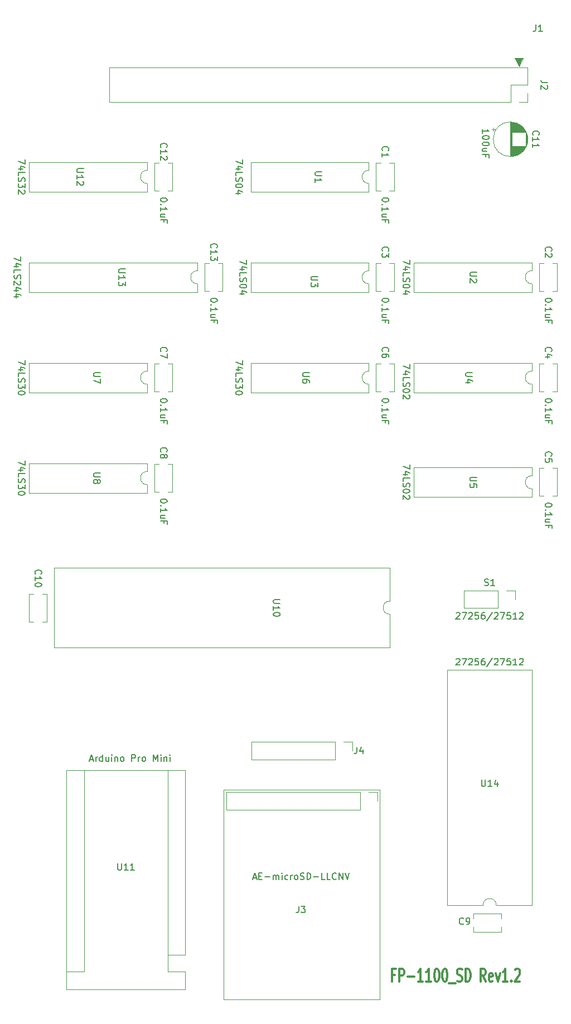
<source format=gto>
G04 #@! TF.GenerationSoftware,KiCad,Pcbnew,(5.1.9)-1*
G04 #@! TF.CreationDate,2025-07-04T21:58:15+09:00*
G04 #@! TF.ProjectId,FP-1100_SD,46502d31-3130-4305-9f53-442e6b696361,rev?*
G04 #@! TF.SameCoordinates,PX53920b0PYad82f20*
G04 #@! TF.FileFunction,Legend,Top*
G04 #@! TF.FilePolarity,Positive*
%FSLAX46Y46*%
G04 Gerber Fmt 4.6, Leading zero omitted, Abs format (unit mm)*
G04 Created by KiCad (PCBNEW (5.1.9)-1) date 2025-07-04 21:58:15*
%MOMM*%
%LPD*%
G01*
G04 APERTURE LIST*
%ADD10C,0.150000*%
%ADD11C,0.300000*%
%ADD12C,0.100000*%
%ADD13C,0.120000*%
G04 APERTURE END LIST*
D10*
X12930952Y36028334D02*
X13407142Y36028334D01*
X12835714Y35742620D02*
X13169047Y36742620D01*
X13502380Y35742620D01*
X13835714Y35742620D02*
X13835714Y36409286D01*
X13835714Y36218810D02*
X13883333Y36314048D01*
X13930952Y36361667D01*
X14026190Y36409286D01*
X14121428Y36409286D01*
X14883333Y35742620D02*
X14883333Y36742620D01*
X14883333Y35790239D02*
X14788095Y35742620D01*
X14597619Y35742620D01*
X14502380Y35790239D01*
X14454761Y35837858D01*
X14407142Y35933096D01*
X14407142Y36218810D01*
X14454761Y36314048D01*
X14502380Y36361667D01*
X14597619Y36409286D01*
X14788095Y36409286D01*
X14883333Y36361667D01*
X15788095Y36409286D02*
X15788095Y35742620D01*
X15359523Y36409286D02*
X15359523Y35885477D01*
X15407142Y35790239D01*
X15502380Y35742620D01*
X15645238Y35742620D01*
X15740476Y35790239D01*
X15788095Y35837858D01*
X16264285Y35742620D02*
X16264285Y36409286D01*
X16264285Y36742620D02*
X16216666Y36695000D01*
X16264285Y36647381D01*
X16311904Y36695000D01*
X16264285Y36742620D01*
X16264285Y36647381D01*
X16740476Y36409286D02*
X16740476Y35742620D01*
X16740476Y36314048D02*
X16788095Y36361667D01*
X16883333Y36409286D01*
X17026190Y36409286D01*
X17121428Y36361667D01*
X17169047Y36266429D01*
X17169047Y35742620D01*
X17788095Y35742620D02*
X17692857Y35790239D01*
X17645238Y35837858D01*
X17597619Y35933096D01*
X17597619Y36218810D01*
X17645238Y36314048D01*
X17692857Y36361667D01*
X17788095Y36409286D01*
X17930952Y36409286D01*
X18026190Y36361667D01*
X18073809Y36314048D01*
X18121428Y36218810D01*
X18121428Y35933096D01*
X18073809Y35837858D01*
X18026190Y35790239D01*
X17930952Y35742620D01*
X17788095Y35742620D01*
X19311904Y35742620D02*
X19311904Y36742620D01*
X19692857Y36742620D01*
X19788095Y36695000D01*
X19835714Y36647381D01*
X19883333Y36552143D01*
X19883333Y36409286D01*
X19835714Y36314048D01*
X19788095Y36266429D01*
X19692857Y36218810D01*
X19311904Y36218810D01*
X20311904Y35742620D02*
X20311904Y36409286D01*
X20311904Y36218810D02*
X20359523Y36314048D01*
X20407142Y36361667D01*
X20502380Y36409286D01*
X20597619Y36409286D01*
X21073809Y35742620D02*
X20978571Y35790239D01*
X20930952Y35837858D01*
X20883333Y35933096D01*
X20883333Y36218810D01*
X20930952Y36314048D01*
X20978571Y36361667D01*
X21073809Y36409286D01*
X21216666Y36409286D01*
X21311904Y36361667D01*
X21359523Y36314048D01*
X21407142Y36218810D01*
X21407142Y35933096D01*
X21359523Y35837858D01*
X21311904Y35790239D01*
X21216666Y35742620D01*
X21073809Y35742620D01*
X22597619Y35742620D02*
X22597619Y36742620D01*
X22930952Y36028334D01*
X23264285Y36742620D01*
X23264285Y35742620D01*
X23740476Y35742620D02*
X23740476Y36409286D01*
X23740476Y36742620D02*
X23692857Y36695000D01*
X23740476Y36647381D01*
X23788095Y36695000D01*
X23740476Y36742620D01*
X23740476Y36647381D01*
X24216666Y36409286D02*
X24216666Y35742620D01*
X24216666Y36314048D02*
X24264285Y36361667D01*
X24359523Y36409286D01*
X24502380Y36409286D01*
X24597619Y36361667D01*
X24645238Y36266429D01*
X24645238Y35742620D01*
X25121428Y35742620D02*
X25121428Y36409286D01*
X25121428Y36742620D02*
X25073809Y36695000D01*
X25121428Y36647381D01*
X25169047Y36695000D01*
X25121428Y36742620D01*
X25121428Y36647381D01*
X68564761Y58237381D02*
X68612380Y58285000D01*
X68707619Y58332620D01*
X68945714Y58332620D01*
X69040952Y58285000D01*
X69088571Y58237381D01*
X69136190Y58142143D01*
X69136190Y58046905D01*
X69088571Y57904048D01*
X68517142Y57332620D01*
X69136190Y57332620D01*
X69469523Y58332620D02*
X70136190Y58332620D01*
X69707619Y57332620D01*
X70469523Y58237381D02*
X70517142Y58285000D01*
X70612380Y58332620D01*
X70850476Y58332620D01*
X70945714Y58285000D01*
X70993333Y58237381D01*
X71040952Y58142143D01*
X71040952Y58046905D01*
X70993333Y57904048D01*
X70421904Y57332620D01*
X71040952Y57332620D01*
X71945714Y58332620D02*
X71469523Y58332620D01*
X71421904Y57856429D01*
X71469523Y57904048D01*
X71564761Y57951667D01*
X71802857Y57951667D01*
X71898095Y57904048D01*
X71945714Y57856429D01*
X71993333Y57761191D01*
X71993333Y57523096D01*
X71945714Y57427858D01*
X71898095Y57380239D01*
X71802857Y57332620D01*
X71564761Y57332620D01*
X71469523Y57380239D01*
X71421904Y57427858D01*
X72850476Y58332620D02*
X72660000Y58332620D01*
X72564761Y58285000D01*
X72517142Y58237381D01*
X72421904Y58094524D01*
X72374285Y57904048D01*
X72374285Y57523096D01*
X72421904Y57427858D01*
X72469523Y57380239D01*
X72564761Y57332620D01*
X72755238Y57332620D01*
X72850476Y57380239D01*
X72898095Y57427858D01*
X72945714Y57523096D01*
X72945714Y57761191D01*
X72898095Y57856429D01*
X72850476Y57904048D01*
X72755238Y57951667D01*
X72564761Y57951667D01*
X72469523Y57904048D01*
X72421904Y57856429D01*
X72374285Y57761191D01*
X74088571Y58380239D02*
X73231428Y57094524D01*
X74374285Y58237381D02*
X74421904Y58285000D01*
X74517142Y58332620D01*
X74755238Y58332620D01*
X74850476Y58285000D01*
X74898095Y58237381D01*
X74945714Y58142143D01*
X74945714Y58046905D01*
X74898095Y57904048D01*
X74326666Y57332620D01*
X74945714Y57332620D01*
X75279047Y58332620D02*
X75945714Y58332620D01*
X75517142Y57332620D01*
X76802857Y58332620D02*
X76326666Y58332620D01*
X76279047Y57856429D01*
X76326666Y57904048D01*
X76421904Y57951667D01*
X76660000Y57951667D01*
X76755238Y57904048D01*
X76802857Y57856429D01*
X76850476Y57761191D01*
X76850476Y57523096D01*
X76802857Y57427858D01*
X76755238Y57380239D01*
X76660000Y57332620D01*
X76421904Y57332620D01*
X76326666Y57380239D01*
X76279047Y57427858D01*
X77802857Y57332620D02*
X77231428Y57332620D01*
X77517142Y57332620D02*
X77517142Y58332620D01*
X77421904Y58189762D01*
X77326666Y58094524D01*
X77231428Y58046905D01*
X78183809Y58237381D02*
X78231428Y58285000D01*
X78326666Y58332620D01*
X78564761Y58332620D01*
X78660000Y58285000D01*
X78707619Y58237381D01*
X78755238Y58142143D01*
X78755238Y58046905D01*
X78707619Y57904048D01*
X78136190Y57332620D01*
X78755238Y57332620D01*
X68564761Y51252381D02*
X68612380Y51300000D01*
X68707619Y51347620D01*
X68945714Y51347620D01*
X69040952Y51300000D01*
X69088571Y51252381D01*
X69136190Y51157143D01*
X69136190Y51061905D01*
X69088571Y50919048D01*
X68517142Y50347620D01*
X69136190Y50347620D01*
X69469523Y51347620D02*
X70136190Y51347620D01*
X69707619Y50347620D01*
X70469523Y51252381D02*
X70517142Y51300000D01*
X70612380Y51347620D01*
X70850476Y51347620D01*
X70945714Y51300000D01*
X70993333Y51252381D01*
X71040952Y51157143D01*
X71040952Y51061905D01*
X70993333Y50919048D01*
X70421904Y50347620D01*
X71040952Y50347620D01*
X71945714Y51347620D02*
X71469523Y51347620D01*
X71421904Y50871429D01*
X71469523Y50919048D01*
X71564761Y50966667D01*
X71802857Y50966667D01*
X71898095Y50919048D01*
X71945714Y50871429D01*
X71993333Y50776191D01*
X71993333Y50538096D01*
X71945714Y50442858D01*
X71898095Y50395239D01*
X71802857Y50347620D01*
X71564761Y50347620D01*
X71469523Y50395239D01*
X71421904Y50442858D01*
X72850476Y51347620D02*
X72660000Y51347620D01*
X72564761Y51300000D01*
X72517142Y51252381D01*
X72421904Y51109524D01*
X72374285Y50919048D01*
X72374285Y50538096D01*
X72421904Y50442858D01*
X72469523Y50395239D01*
X72564761Y50347620D01*
X72755238Y50347620D01*
X72850476Y50395239D01*
X72898095Y50442858D01*
X72945714Y50538096D01*
X72945714Y50776191D01*
X72898095Y50871429D01*
X72850476Y50919048D01*
X72755238Y50966667D01*
X72564761Y50966667D01*
X72469523Y50919048D01*
X72421904Y50871429D01*
X72374285Y50776191D01*
X74088571Y51395239D02*
X73231428Y50109524D01*
X74374285Y51252381D02*
X74421904Y51300000D01*
X74517142Y51347620D01*
X74755238Y51347620D01*
X74850476Y51300000D01*
X74898095Y51252381D01*
X74945714Y51157143D01*
X74945714Y51061905D01*
X74898095Y50919048D01*
X74326666Y50347620D01*
X74945714Y50347620D01*
X75279047Y51347620D02*
X75945714Y51347620D01*
X75517142Y50347620D01*
X76802857Y51347620D02*
X76326666Y51347620D01*
X76279047Y50871429D01*
X76326666Y50919048D01*
X76421904Y50966667D01*
X76660000Y50966667D01*
X76755238Y50919048D01*
X76802857Y50871429D01*
X76850476Y50776191D01*
X76850476Y50538096D01*
X76802857Y50442858D01*
X76755238Y50395239D01*
X76660000Y50347620D01*
X76421904Y50347620D01*
X76326666Y50395239D01*
X76279047Y50442858D01*
X77802857Y50347620D02*
X77231428Y50347620D01*
X77517142Y50347620D02*
X77517142Y51347620D01*
X77421904Y51204762D01*
X77326666Y51109524D01*
X77231428Y51061905D01*
X78183809Y51252381D02*
X78231428Y51300000D01*
X78326666Y51347620D01*
X78564761Y51347620D01*
X78660000Y51300000D01*
X78707619Y51252381D01*
X78755238Y51157143D01*
X78755238Y51061905D01*
X78707619Y50919048D01*
X78136190Y50347620D01*
X78755238Y50347620D01*
X61507619Y80747858D02*
X61507619Y80081191D01*
X60507619Y80509762D01*
X61174285Y79271667D02*
X60507619Y79271667D01*
X61555238Y79509762D02*
X60840952Y79747858D01*
X60840952Y79128810D01*
X60507619Y78271667D02*
X60507619Y78747858D01*
X61507619Y78747858D01*
X60555238Y77985953D02*
X60507619Y77843096D01*
X60507619Y77605000D01*
X60555238Y77509762D01*
X60602857Y77462143D01*
X60698095Y77414524D01*
X60793333Y77414524D01*
X60888571Y77462143D01*
X60936190Y77509762D01*
X60983809Y77605000D01*
X61031428Y77795477D01*
X61079047Y77890715D01*
X61126666Y77938334D01*
X61221904Y77985953D01*
X61317142Y77985953D01*
X61412380Y77938334D01*
X61460000Y77890715D01*
X61507619Y77795477D01*
X61507619Y77557381D01*
X61460000Y77414524D01*
X61507619Y76795477D02*
X61507619Y76700239D01*
X61460000Y76605000D01*
X61412380Y76557381D01*
X61317142Y76509762D01*
X61126666Y76462143D01*
X60888571Y76462143D01*
X60698095Y76509762D01*
X60602857Y76557381D01*
X60555238Y76605000D01*
X60507619Y76700239D01*
X60507619Y76795477D01*
X60555238Y76890715D01*
X60602857Y76938334D01*
X60698095Y76985953D01*
X60888571Y77033572D01*
X61126666Y77033572D01*
X61317142Y76985953D01*
X61412380Y76938334D01*
X61460000Y76890715D01*
X61507619Y76795477D01*
X61412380Y76081191D02*
X61460000Y76033572D01*
X61507619Y75938334D01*
X61507619Y75700239D01*
X61460000Y75605000D01*
X61412380Y75557381D01*
X61317142Y75509762D01*
X61221904Y75509762D01*
X61079047Y75557381D01*
X60507619Y76128810D01*
X60507619Y75509762D01*
X61507619Y95987858D02*
X61507619Y95321191D01*
X60507619Y95749762D01*
X61174285Y94511667D02*
X60507619Y94511667D01*
X61555238Y94749762D02*
X60840952Y94987858D01*
X60840952Y94368810D01*
X60507619Y93511667D02*
X60507619Y93987858D01*
X61507619Y93987858D01*
X60555238Y93225953D02*
X60507619Y93083096D01*
X60507619Y92845000D01*
X60555238Y92749762D01*
X60602857Y92702143D01*
X60698095Y92654524D01*
X60793333Y92654524D01*
X60888571Y92702143D01*
X60936190Y92749762D01*
X60983809Y92845000D01*
X61031428Y93035477D01*
X61079047Y93130715D01*
X61126666Y93178334D01*
X61221904Y93225953D01*
X61317142Y93225953D01*
X61412380Y93178334D01*
X61460000Y93130715D01*
X61507619Y93035477D01*
X61507619Y92797381D01*
X61460000Y92654524D01*
X61507619Y92035477D02*
X61507619Y91940239D01*
X61460000Y91845000D01*
X61412380Y91797381D01*
X61317142Y91749762D01*
X61126666Y91702143D01*
X60888571Y91702143D01*
X60698095Y91749762D01*
X60602857Y91797381D01*
X60555238Y91845000D01*
X60507619Y91940239D01*
X60507619Y92035477D01*
X60555238Y92130715D01*
X60602857Y92178334D01*
X60698095Y92225953D01*
X60888571Y92273572D01*
X61126666Y92273572D01*
X61317142Y92225953D01*
X61412380Y92178334D01*
X61460000Y92130715D01*
X61507619Y92035477D01*
X61412380Y91321191D02*
X61460000Y91273572D01*
X61507619Y91178334D01*
X61507619Y90940239D01*
X61460000Y90845000D01*
X61412380Y90797381D01*
X61317142Y90749762D01*
X61221904Y90749762D01*
X61079047Y90797381D01*
X60507619Y91368810D01*
X60507619Y90749762D01*
X61507619Y111862858D02*
X61507619Y111196191D01*
X60507619Y111624762D01*
X61174285Y110386667D02*
X60507619Y110386667D01*
X61555238Y110624762D02*
X60840952Y110862858D01*
X60840952Y110243810D01*
X60507619Y109386667D02*
X60507619Y109862858D01*
X61507619Y109862858D01*
X60555238Y109100953D02*
X60507619Y108958096D01*
X60507619Y108720000D01*
X60555238Y108624762D01*
X60602857Y108577143D01*
X60698095Y108529524D01*
X60793333Y108529524D01*
X60888571Y108577143D01*
X60936190Y108624762D01*
X60983809Y108720000D01*
X61031428Y108910477D01*
X61079047Y109005715D01*
X61126666Y109053334D01*
X61221904Y109100953D01*
X61317142Y109100953D01*
X61412380Y109053334D01*
X61460000Y109005715D01*
X61507619Y108910477D01*
X61507619Y108672381D01*
X61460000Y108529524D01*
X61507619Y107910477D02*
X61507619Y107815239D01*
X61460000Y107720000D01*
X61412380Y107672381D01*
X61317142Y107624762D01*
X61126666Y107577143D01*
X60888571Y107577143D01*
X60698095Y107624762D01*
X60602857Y107672381D01*
X60555238Y107720000D01*
X60507619Y107815239D01*
X60507619Y107910477D01*
X60555238Y108005715D01*
X60602857Y108053334D01*
X60698095Y108100953D01*
X60888571Y108148572D01*
X61126666Y108148572D01*
X61317142Y108100953D01*
X61412380Y108053334D01*
X61460000Y108005715D01*
X61507619Y107910477D01*
X61174285Y106720000D02*
X60507619Y106720000D01*
X61555238Y106958096D02*
X60840952Y107196191D01*
X60840952Y106577143D01*
X36107619Y127102858D02*
X36107619Y126436191D01*
X35107619Y126864762D01*
X35774285Y125626667D02*
X35107619Y125626667D01*
X36155238Y125864762D02*
X35440952Y126102858D01*
X35440952Y125483810D01*
X35107619Y124626667D02*
X35107619Y125102858D01*
X36107619Y125102858D01*
X35155238Y124340953D02*
X35107619Y124198096D01*
X35107619Y123960000D01*
X35155238Y123864762D01*
X35202857Y123817143D01*
X35298095Y123769524D01*
X35393333Y123769524D01*
X35488571Y123817143D01*
X35536190Y123864762D01*
X35583809Y123960000D01*
X35631428Y124150477D01*
X35679047Y124245715D01*
X35726666Y124293334D01*
X35821904Y124340953D01*
X35917142Y124340953D01*
X36012380Y124293334D01*
X36060000Y124245715D01*
X36107619Y124150477D01*
X36107619Y123912381D01*
X36060000Y123769524D01*
X36107619Y123150477D02*
X36107619Y123055239D01*
X36060000Y122960000D01*
X36012380Y122912381D01*
X35917142Y122864762D01*
X35726666Y122817143D01*
X35488571Y122817143D01*
X35298095Y122864762D01*
X35202857Y122912381D01*
X35155238Y122960000D01*
X35107619Y123055239D01*
X35107619Y123150477D01*
X35155238Y123245715D01*
X35202857Y123293334D01*
X35298095Y123340953D01*
X35488571Y123388572D01*
X35726666Y123388572D01*
X35917142Y123340953D01*
X36012380Y123293334D01*
X36060000Y123245715D01*
X36107619Y123150477D01*
X35774285Y121960000D02*
X35107619Y121960000D01*
X36155238Y122198096D02*
X35440952Y122436191D01*
X35440952Y121817143D01*
X36742619Y111862858D02*
X36742619Y111196191D01*
X35742619Y111624762D01*
X36409285Y110386667D02*
X35742619Y110386667D01*
X36790238Y110624762D02*
X36075952Y110862858D01*
X36075952Y110243810D01*
X35742619Y109386667D02*
X35742619Y109862858D01*
X36742619Y109862858D01*
X35790238Y109100953D02*
X35742619Y108958096D01*
X35742619Y108720000D01*
X35790238Y108624762D01*
X35837857Y108577143D01*
X35933095Y108529524D01*
X36028333Y108529524D01*
X36123571Y108577143D01*
X36171190Y108624762D01*
X36218809Y108720000D01*
X36266428Y108910477D01*
X36314047Y109005715D01*
X36361666Y109053334D01*
X36456904Y109100953D01*
X36552142Y109100953D01*
X36647380Y109053334D01*
X36695000Y109005715D01*
X36742619Y108910477D01*
X36742619Y108672381D01*
X36695000Y108529524D01*
X36742619Y107910477D02*
X36742619Y107815239D01*
X36695000Y107720000D01*
X36647380Y107672381D01*
X36552142Y107624762D01*
X36361666Y107577143D01*
X36123571Y107577143D01*
X35933095Y107624762D01*
X35837857Y107672381D01*
X35790238Y107720000D01*
X35742619Y107815239D01*
X35742619Y107910477D01*
X35790238Y108005715D01*
X35837857Y108053334D01*
X35933095Y108100953D01*
X36123571Y108148572D01*
X36361666Y108148572D01*
X36552142Y108100953D01*
X36647380Y108053334D01*
X36695000Y108005715D01*
X36742619Y107910477D01*
X36409285Y106720000D02*
X35742619Y106720000D01*
X36790238Y106958096D02*
X36075952Y107196191D01*
X36075952Y106577143D01*
X36107619Y96622858D02*
X36107619Y95956191D01*
X35107619Y96384762D01*
X35774285Y95146667D02*
X35107619Y95146667D01*
X36155238Y95384762D02*
X35440952Y95622858D01*
X35440952Y95003810D01*
X35107619Y94146667D02*
X35107619Y94622858D01*
X36107619Y94622858D01*
X35155238Y93860953D02*
X35107619Y93718096D01*
X35107619Y93480000D01*
X35155238Y93384762D01*
X35202857Y93337143D01*
X35298095Y93289524D01*
X35393333Y93289524D01*
X35488571Y93337143D01*
X35536190Y93384762D01*
X35583809Y93480000D01*
X35631428Y93670477D01*
X35679047Y93765715D01*
X35726666Y93813334D01*
X35821904Y93860953D01*
X35917142Y93860953D01*
X36012380Y93813334D01*
X36060000Y93765715D01*
X36107619Y93670477D01*
X36107619Y93432381D01*
X36060000Y93289524D01*
X36107619Y92956191D02*
X36107619Y92337143D01*
X35726666Y92670477D01*
X35726666Y92527620D01*
X35679047Y92432381D01*
X35631428Y92384762D01*
X35536190Y92337143D01*
X35298095Y92337143D01*
X35202857Y92384762D01*
X35155238Y92432381D01*
X35107619Y92527620D01*
X35107619Y92813334D01*
X35155238Y92908572D01*
X35202857Y92956191D01*
X36107619Y91718096D02*
X36107619Y91622858D01*
X36060000Y91527620D01*
X36012380Y91480000D01*
X35917142Y91432381D01*
X35726666Y91384762D01*
X35488571Y91384762D01*
X35298095Y91432381D01*
X35202857Y91480000D01*
X35155238Y91527620D01*
X35107619Y91622858D01*
X35107619Y91718096D01*
X35155238Y91813334D01*
X35202857Y91860953D01*
X35298095Y91908572D01*
X35488571Y91956191D01*
X35726666Y91956191D01*
X35917142Y91908572D01*
X36012380Y91860953D01*
X36060000Y91813334D01*
X36107619Y91718096D01*
X3087619Y81382858D02*
X3087619Y80716191D01*
X2087619Y81144762D01*
X2754285Y79906667D02*
X2087619Y79906667D01*
X3135238Y80144762D02*
X2420952Y80382858D01*
X2420952Y79763810D01*
X2087619Y78906667D02*
X2087619Y79382858D01*
X3087619Y79382858D01*
X2135238Y78620953D02*
X2087619Y78478096D01*
X2087619Y78240000D01*
X2135238Y78144762D01*
X2182857Y78097143D01*
X2278095Y78049524D01*
X2373333Y78049524D01*
X2468571Y78097143D01*
X2516190Y78144762D01*
X2563809Y78240000D01*
X2611428Y78430477D01*
X2659047Y78525715D01*
X2706666Y78573334D01*
X2801904Y78620953D01*
X2897142Y78620953D01*
X2992380Y78573334D01*
X3040000Y78525715D01*
X3087619Y78430477D01*
X3087619Y78192381D01*
X3040000Y78049524D01*
X3087619Y77716191D02*
X3087619Y77097143D01*
X2706666Y77430477D01*
X2706666Y77287620D01*
X2659047Y77192381D01*
X2611428Y77144762D01*
X2516190Y77097143D01*
X2278095Y77097143D01*
X2182857Y77144762D01*
X2135238Y77192381D01*
X2087619Y77287620D01*
X2087619Y77573334D01*
X2135238Y77668572D01*
X2182857Y77716191D01*
X3087619Y76478096D02*
X3087619Y76382858D01*
X3040000Y76287620D01*
X2992380Y76240000D01*
X2897142Y76192381D01*
X2706666Y76144762D01*
X2468571Y76144762D01*
X2278095Y76192381D01*
X2182857Y76240000D01*
X2135238Y76287620D01*
X2087619Y76382858D01*
X2087619Y76478096D01*
X2135238Y76573334D01*
X2182857Y76620953D01*
X2278095Y76668572D01*
X2468571Y76716191D01*
X2706666Y76716191D01*
X2897142Y76668572D01*
X2992380Y76620953D01*
X3040000Y76573334D01*
X3087619Y76478096D01*
X3087619Y96622858D02*
X3087619Y95956191D01*
X2087619Y96384762D01*
X2754285Y95146667D02*
X2087619Y95146667D01*
X3135238Y95384762D02*
X2420952Y95622858D01*
X2420952Y95003810D01*
X2087619Y94146667D02*
X2087619Y94622858D01*
X3087619Y94622858D01*
X2135238Y93860953D02*
X2087619Y93718096D01*
X2087619Y93480000D01*
X2135238Y93384762D01*
X2182857Y93337143D01*
X2278095Y93289524D01*
X2373333Y93289524D01*
X2468571Y93337143D01*
X2516190Y93384762D01*
X2563809Y93480000D01*
X2611428Y93670477D01*
X2659047Y93765715D01*
X2706666Y93813334D01*
X2801904Y93860953D01*
X2897142Y93860953D01*
X2992380Y93813334D01*
X3040000Y93765715D01*
X3087619Y93670477D01*
X3087619Y93432381D01*
X3040000Y93289524D01*
X3087619Y92956191D02*
X3087619Y92337143D01*
X2706666Y92670477D01*
X2706666Y92527620D01*
X2659047Y92432381D01*
X2611428Y92384762D01*
X2516190Y92337143D01*
X2278095Y92337143D01*
X2182857Y92384762D01*
X2135238Y92432381D01*
X2087619Y92527620D01*
X2087619Y92813334D01*
X2135238Y92908572D01*
X2182857Y92956191D01*
X3087619Y91718096D02*
X3087619Y91622858D01*
X3040000Y91527620D01*
X2992380Y91480000D01*
X2897142Y91432381D01*
X2706666Y91384762D01*
X2468571Y91384762D01*
X2278095Y91432381D01*
X2182857Y91480000D01*
X2135238Y91527620D01*
X2087619Y91622858D01*
X2087619Y91718096D01*
X2135238Y91813334D01*
X2182857Y91860953D01*
X2278095Y91908572D01*
X2468571Y91956191D01*
X2706666Y91956191D01*
X2897142Y91908572D01*
X2992380Y91860953D01*
X3040000Y91813334D01*
X3087619Y91718096D01*
X2452619Y112339048D02*
X2452619Y111672381D01*
X1452619Y112100953D01*
X2119285Y110862858D02*
X1452619Y110862858D01*
X2500238Y111100953D02*
X1785952Y111339048D01*
X1785952Y110720000D01*
X1452619Y109862858D02*
X1452619Y110339048D01*
X2452619Y110339048D01*
X1500238Y109577143D02*
X1452619Y109434286D01*
X1452619Y109196191D01*
X1500238Y109100953D01*
X1547857Y109053334D01*
X1643095Y109005715D01*
X1738333Y109005715D01*
X1833571Y109053334D01*
X1881190Y109100953D01*
X1928809Y109196191D01*
X1976428Y109386667D01*
X2024047Y109481905D01*
X2071666Y109529524D01*
X2166904Y109577143D01*
X2262142Y109577143D01*
X2357380Y109529524D01*
X2405000Y109481905D01*
X2452619Y109386667D01*
X2452619Y109148572D01*
X2405000Y109005715D01*
X2357380Y108624762D02*
X2405000Y108577143D01*
X2452619Y108481905D01*
X2452619Y108243810D01*
X2405000Y108148572D01*
X2357380Y108100953D01*
X2262142Y108053334D01*
X2166904Y108053334D01*
X2024047Y108100953D01*
X1452619Y108672381D01*
X1452619Y108053334D01*
X2119285Y107196191D02*
X1452619Y107196191D01*
X2500238Y107434286D02*
X1785952Y107672381D01*
X1785952Y107053334D01*
X2119285Y106243810D02*
X1452619Y106243810D01*
X2500238Y106481905D02*
X1785952Y106720000D01*
X1785952Y106100953D01*
X72572619Y131087620D02*
X72572619Y131659048D01*
X72572619Y131373334D02*
X73572619Y131373334D01*
X73429761Y131468572D01*
X73334523Y131563810D01*
X73286904Y131659048D01*
X73572619Y130468572D02*
X73572619Y130373334D01*
X73525000Y130278096D01*
X73477380Y130230477D01*
X73382142Y130182858D01*
X73191666Y130135239D01*
X72953571Y130135239D01*
X72763095Y130182858D01*
X72667857Y130230477D01*
X72620238Y130278096D01*
X72572619Y130373334D01*
X72572619Y130468572D01*
X72620238Y130563810D01*
X72667857Y130611429D01*
X72763095Y130659048D01*
X72953571Y130706667D01*
X73191666Y130706667D01*
X73382142Y130659048D01*
X73477380Y130611429D01*
X73525000Y130563810D01*
X73572619Y130468572D01*
X73572619Y129516191D02*
X73572619Y129420953D01*
X73525000Y129325715D01*
X73477380Y129278096D01*
X73382142Y129230477D01*
X73191666Y129182858D01*
X72953571Y129182858D01*
X72763095Y129230477D01*
X72667857Y129278096D01*
X72620238Y129325715D01*
X72572619Y129420953D01*
X72572619Y129516191D01*
X72620238Y129611429D01*
X72667857Y129659048D01*
X72763095Y129706667D01*
X72953571Y129754286D01*
X73191666Y129754286D01*
X73382142Y129706667D01*
X73477380Y129659048D01*
X73525000Y129611429D01*
X73572619Y129516191D01*
X73239285Y128325715D02*
X72572619Y128325715D01*
X73239285Y128754286D02*
X72715476Y128754286D01*
X72620238Y128706667D01*
X72572619Y128611429D01*
X72572619Y128468572D01*
X72620238Y128373334D01*
X72667857Y128325715D01*
X73096428Y127516191D02*
X73096428Y127849524D01*
X72572619Y127849524D02*
X73572619Y127849524D01*
X73572619Y127373334D01*
X24677619Y121022858D02*
X24677619Y120927620D01*
X24630000Y120832381D01*
X24582380Y120784762D01*
X24487142Y120737143D01*
X24296666Y120689524D01*
X24058571Y120689524D01*
X23868095Y120737143D01*
X23772857Y120784762D01*
X23725238Y120832381D01*
X23677619Y120927620D01*
X23677619Y121022858D01*
X23725238Y121118096D01*
X23772857Y121165715D01*
X23868095Y121213334D01*
X24058571Y121260953D01*
X24296666Y121260953D01*
X24487142Y121213334D01*
X24582380Y121165715D01*
X24630000Y121118096D01*
X24677619Y121022858D01*
X23772857Y120260953D02*
X23725238Y120213334D01*
X23677619Y120260953D01*
X23725238Y120308572D01*
X23772857Y120260953D01*
X23677619Y120260953D01*
X23677619Y119260953D02*
X23677619Y119832381D01*
X23677619Y119546667D02*
X24677619Y119546667D01*
X24534761Y119641905D01*
X24439523Y119737143D01*
X24391904Y119832381D01*
X24344285Y118403810D02*
X23677619Y118403810D01*
X24344285Y118832381D02*
X23820476Y118832381D01*
X23725238Y118784762D01*
X23677619Y118689524D01*
X23677619Y118546667D01*
X23725238Y118451429D01*
X23772857Y118403810D01*
X24201428Y117594286D02*
X24201428Y117927620D01*
X23677619Y117927620D02*
X24677619Y117927620D01*
X24677619Y117451429D01*
X58332619Y121022858D02*
X58332619Y120927620D01*
X58285000Y120832381D01*
X58237380Y120784762D01*
X58142142Y120737143D01*
X57951666Y120689524D01*
X57713571Y120689524D01*
X57523095Y120737143D01*
X57427857Y120784762D01*
X57380238Y120832381D01*
X57332619Y120927620D01*
X57332619Y121022858D01*
X57380238Y121118096D01*
X57427857Y121165715D01*
X57523095Y121213334D01*
X57713571Y121260953D01*
X57951666Y121260953D01*
X58142142Y121213334D01*
X58237380Y121165715D01*
X58285000Y121118096D01*
X58332619Y121022858D01*
X57427857Y120260953D02*
X57380238Y120213334D01*
X57332619Y120260953D01*
X57380238Y120308572D01*
X57427857Y120260953D01*
X57332619Y120260953D01*
X57332619Y119260953D02*
X57332619Y119832381D01*
X57332619Y119546667D02*
X58332619Y119546667D01*
X58189761Y119641905D01*
X58094523Y119737143D01*
X58046904Y119832381D01*
X57999285Y118403810D02*
X57332619Y118403810D01*
X57999285Y118832381D02*
X57475476Y118832381D01*
X57380238Y118784762D01*
X57332619Y118689524D01*
X57332619Y118546667D01*
X57380238Y118451429D01*
X57427857Y118403810D01*
X57856428Y117594286D02*
X57856428Y117927620D01*
X57332619Y117927620D02*
X58332619Y117927620D01*
X58332619Y117451429D01*
X32297619Y105782858D02*
X32297619Y105687620D01*
X32250000Y105592381D01*
X32202380Y105544762D01*
X32107142Y105497143D01*
X31916666Y105449524D01*
X31678571Y105449524D01*
X31488095Y105497143D01*
X31392857Y105544762D01*
X31345238Y105592381D01*
X31297619Y105687620D01*
X31297619Y105782858D01*
X31345238Y105878096D01*
X31392857Y105925715D01*
X31488095Y105973334D01*
X31678571Y106020953D01*
X31916666Y106020953D01*
X32107142Y105973334D01*
X32202380Y105925715D01*
X32250000Y105878096D01*
X32297619Y105782858D01*
X31392857Y105020953D02*
X31345238Y104973334D01*
X31297619Y105020953D01*
X31345238Y105068572D01*
X31392857Y105020953D01*
X31297619Y105020953D01*
X31297619Y104020953D02*
X31297619Y104592381D01*
X31297619Y104306667D02*
X32297619Y104306667D01*
X32154761Y104401905D01*
X32059523Y104497143D01*
X32011904Y104592381D01*
X31964285Y103163810D02*
X31297619Y103163810D01*
X31964285Y103592381D02*
X31440476Y103592381D01*
X31345238Y103544762D01*
X31297619Y103449524D01*
X31297619Y103306667D01*
X31345238Y103211429D01*
X31392857Y103163810D01*
X31821428Y102354286D02*
X31821428Y102687620D01*
X31297619Y102687620D02*
X32297619Y102687620D01*
X32297619Y102211429D01*
X58332619Y105782858D02*
X58332619Y105687620D01*
X58285000Y105592381D01*
X58237380Y105544762D01*
X58142142Y105497143D01*
X57951666Y105449524D01*
X57713571Y105449524D01*
X57523095Y105497143D01*
X57427857Y105544762D01*
X57380238Y105592381D01*
X57332619Y105687620D01*
X57332619Y105782858D01*
X57380238Y105878096D01*
X57427857Y105925715D01*
X57523095Y105973334D01*
X57713571Y106020953D01*
X57951666Y106020953D01*
X58142142Y105973334D01*
X58237380Y105925715D01*
X58285000Y105878096D01*
X58332619Y105782858D01*
X57427857Y105020953D02*
X57380238Y104973334D01*
X57332619Y105020953D01*
X57380238Y105068572D01*
X57427857Y105020953D01*
X57332619Y105020953D01*
X57332619Y104020953D02*
X57332619Y104592381D01*
X57332619Y104306667D02*
X58332619Y104306667D01*
X58189761Y104401905D01*
X58094523Y104497143D01*
X58046904Y104592381D01*
X57999285Y103163810D02*
X57332619Y103163810D01*
X57999285Y103592381D02*
X57475476Y103592381D01*
X57380238Y103544762D01*
X57332619Y103449524D01*
X57332619Y103306667D01*
X57380238Y103211429D01*
X57427857Y103163810D01*
X57856428Y102354286D02*
X57856428Y102687620D01*
X57332619Y102687620D02*
X58332619Y102687620D01*
X58332619Y102211429D01*
X83097619Y105782858D02*
X83097619Y105687620D01*
X83050000Y105592381D01*
X83002380Y105544762D01*
X82907142Y105497143D01*
X82716666Y105449524D01*
X82478571Y105449524D01*
X82288095Y105497143D01*
X82192857Y105544762D01*
X82145238Y105592381D01*
X82097619Y105687620D01*
X82097619Y105782858D01*
X82145238Y105878096D01*
X82192857Y105925715D01*
X82288095Y105973334D01*
X82478571Y106020953D01*
X82716666Y106020953D01*
X82907142Y105973334D01*
X83002380Y105925715D01*
X83050000Y105878096D01*
X83097619Y105782858D01*
X82192857Y105020953D02*
X82145238Y104973334D01*
X82097619Y105020953D01*
X82145238Y105068572D01*
X82192857Y105020953D01*
X82097619Y105020953D01*
X82097619Y104020953D02*
X82097619Y104592381D01*
X82097619Y104306667D02*
X83097619Y104306667D01*
X82954761Y104401905D01*
X82859523Y104497143D01*
X82811904Y104592381D01*
X82764285Y103163810D02*
X82097619Y103163810D01*
X82764285Y103592381D02*
X82240476Y103592381D01*
X82145238Y103544762D01*
X82097619Y103449524D01*
X82097619Y103306667D01*
X82145238Y103211429D01*
X82192857Y103163810D01*
X82621428Y102354286D02*
X82621428Y102687620D01*
X82097619Y102687620D02*
X83097619Y102687620D01*
X83097619Y102211429D01*
X83097619Y90542858D02*
X83097619Y90447620D01*
X83050000Y90352381D01*
X83002380Y90304762D01*
X82907142Y90257143D01*
X82716666Y90209524D01*
X82478571Y90209524D01*
X82288095Y90257143D01*
X82192857Y90304762D01*
X82145238Y90352381D01*
X82097619Y90447620D01*
X82097619Y90542858D01*
X82145238Y90638096D01*
X82192857Y90685715D01*
X82288095Y90733334D01*
X82478571Y90780953D01*
X82716666Y90780953D01*
X82907142Y90733334D01*
X83002380Y90685715D01*
X83050000Y90638096D01*
X83097619Y90542858D01*
X82192857Y89780953D02*
X82145238Y89733334D01*
X82097619Y89780953D01*
X82145238Y89828572D01*
X82192857Y89780953D01*
X82097619Y89780953D01*
X82097619Y88780953D02*
X82097619Y89352381D01*
X82097619Y89066667D02*
X83097619Y89066667D01*
X82954761Y89161905D01*
X82859523Y89257143D01*
X82811904Y89352381D01*
X82764285Y87923810D02*
X82097619Y87923810D01*
X82764285Y88352381D02*
X82240476Y88352381D01*
X82145238Y88304762D01*
X82097619Y88209524D01*
X82097619Y88066667D01*
X82145238Y87971429D01*
X82192857Y87923810D01*
X82621428Y87114286D02*
X82621428Y87447620D01*
X82097619Y87447620D02*
X83097619Y87447620D01*
X83097619Y86971429D01*
X83097619Y74667858D02*
X83097619Y74572620D01*
X83050000Y74477381D01*
X83002380Y74429762D01*
X82907142Y74382143D01*
X82716666Y74334524D01*
X82478571Y74334524D01*
X82288095Y74382143D01*
X82192857Y74429762D01*
X82145238Y74477381D01*
X82097619Y74572620D01*
X82097619Y74667858D01*
X82145238Y74763096D01*
X82192857Y74810715D01*
X82288095Y74858334D01*
X82478571Y74905953D01*
X82716666Y74905953D01*
X82907142Y74858334D01*
X83002380Y74810715D01*
X83050000Y74763096D01*
X83097619Y74667858D01*
X82192857Y73905953D02*
X82145238Y73858334D01*
X82097619Y73905953D01*
X82145238Y73953572D01*
X82192857Y73905953D01*
X82097619Y73905953D01*
X82097619Y72905953D02*
X82097619Y73477381D01*
X82097619Y73191667D02*
X83097619Y73191667D01*
X82954761Y73286905D01*
X82859523Y73382143D01*
X82811904Y73477381D01*
X82764285Y72048810D02*
X82097619Y72048810D01*
X82764285Y72477381D02*
X82240476Y72477381D01*
X82145238Y72429762D01*
X82097619Y72334524D01*
X82097619Y72191667D01*
X82145238Y72096429D01*
X82192857Y72048810D01*
X82621428Y71239286D02*
X82621428Y71572620D01*
X82097619Y71572620D02*
X83097619Y71572620D01*
X83097619Y71096429D01*
X58332619Y90542858D02*
X58332619Y90447620D01*
X58285000Y90352381D01*
X58237380Y90304762D01*
X58142142Y90257143D01*
X57951666Y90209524D01*
X57713571Y90209524D01*
X57523095Y90257143D01*
X57427857Y90304762D01*
X57380238Y90352381D01*
X57332619Y90447620D01*
X57332619Y90542858D01*
X57380238Y90638096D01*
X57427857Y90685715D01*
X57523095Y90733334D01*
X57713571Y90780953D01*
X57951666Y90780953D01*
X58142142Y90733334D01*
X58237380Y90685715D01*
X58285000Y90638096D01*
X58332619Y90542858D01*
X57427857Y89780953D02*
X57380238Y89733334D01*
X57332619Y89780953D01*
X57380238Y89828572D01*
X57427857Y89780953D01*
X57332619Y89780953D01*
X57332619Y88780953D02*
X57332619Y89352381D01*
X57332619Y89066667D02*
X58332619Y89066667D01*
X58189761Y89161905D01*
X58094523Y89257143D01*
X58046904Y89352381D01*
X57999285Y87923810D02*
X57332619Y87923810D01*
X57999285Y88352381D02*
X57475476Y88352381D01*
X57380238Y88304762D01*
X57332619Y88209524D01*
X57332619Y88066667D01*
X57380238Y87971429D01*
X57427857Y87923810D01*
X57856428Y87114286D02*
X57856428Y87447620D01*
X57332619Y87447620D02*
X58332619Y87447620D01*
X58332619Y86971429D01*
X24677619Y90542858D02*
X24677619Y90447620D01*
X24630000Y90352381D01*
X24582380Y90304762D01*
X24487142Y90257143D01*
X24296666Y90209524D01*
X24058571Y90209524D01*
X23868095Y90257143D01*
X23772857Y90304762D01*
X23725238Y90352381D01*
X23677619Y90447620D01*
X23677619Y90542858D01*
X23725238Y90638096D01*
X23772857Y90685715D01*
X23868095Y90733334D01*
X24058571Y90780953D01*
X24296666Y90780953D01*
X24487142Y90733334D01*
X24582380Y90685715D01*
X24630000Y90638096D01*
X24677619Y90542858D01*
X23772857Y89780953D02*
X23725238Y89733334D01*
X23677619Y89780953D01*
X23725238Y89828572D01*
X23772857Y89780953D01*
X23677619Y89780953D01*
X23677619Y88780953D02*
X23677619Y89352381D01*
X23677619Y89066667D02*
X24677619Y89066667D01*
X24534761Y89161905D01*
X24439523Y89257143D01*
X24391904Y89352381D01*
X24344285Y87923810D02*
X23677619Y87923810D01*
X24344285Y88352381D02*
X23820476Y88352381D01*
X23725238Y88304762D01*
X23677619Y88209524D01*
X23677619Y88066667D01*
X23725238Y87971429D01*
X23772857Y87923810D01*
X24201428Y87114286D02*
X24201428Y87447620D01*
X23677619Y87447620D02*
X24677619Y87447620D01*
X24677619Y86971429D01*
X24677619Y75302858D02*
X24677619Y75207620D01*
X24630000Y75112381D01*
X24582380Y75064762D01*
X24487142Y75017143D01*
X24296666Y74969524D01*
X24058571Y74969524D01*
X23868095Y75017143D01*
X23772857Y75064762D01*
X23725238Y75112381D01*
X23677619Y75207620D01*
X23677619Y75302858D01*
X23725238Y75398096D01*
X23772857Y75445715D01*
X23868095Y75493334D01*
X24058571Y75540953D01*
X24296666Y75540953D01*
X24487142Y75493334D01*
X24582380Y75445715D01*
X24630000Y75398096D01*
X24677619Y75302858D01*
X23772857Y74540953D02*
X23725238Y74493334D01*
X23677619Y74540953D01*
X23725238Y74588572D01*
X23772857Y74540953D01*
X23677619Y74540953D01*
X23677619Y73540953D02*
X23677619Y74112381D01*
X23677619Y73826667D02*
X24677619Y73826667D01*
X24534761Y73921905D01*
X24439523Y74017143D01*
X24391904Y74112381D01*
X24344285Y72683810D02*
X23677619Y72683810D01*
X24344285Y73112381D02*
X23820476Y73112381D01*
X23725238Y73064762D01*
X23677619Y72969524D01*
X23677619Y72826667D01*
X23725238Y72731429D01*
X23772857Y72683810D01*
X24201428Y71874286D02*
X24201428Y72207620D01*
X23677619Y72207620D02*
X24677619Y72207620D01*
X24677619Y71731429D01*
X3087619Y127102858D02*
X3087619Y126436191D01*
X2087619Y126864762D01*
X2754285Y125626667D02*
X2087619Y125626667D01*
X3135238Y125864762D02*
X2420952Y126102858D01*
X2420952Y125483810D01*
X2087619Y124626667D02*
X2087619Y125102858D01*
X3087619Y125102858D01*
X2135238Y124340953D02*
X2087619Y124198096D01*
X2087619Y123960000D01*
X2135238Y123864762D01*
X2182857Y123817143D01*
X2278095Y123769524D01*
X2373333Y123769524D01*
X2468571Y123817143D01*
X2516190Y123864762D01*
X2563809Y123960000D01*
X2611428Y124150477D01*
X2659047Y124245715D01*
X2706666Y124293334D01*
X2801904Y124340953D01*
X2897142Y124340953D01*
X2992380Y124293334D01*
X3040000Y124245715D01*
X3087619Y124150477D01*
X3087619Y123912381D01*
X3040000Y123769524D01*
X3087619Y123436191D02*
X3087619Y122817143D01*
X2706666Y123150477D01*
X2706666Y123007620D01*
X2659047Y122912381D01*
X2611428Y122864762D01*
X2516190Y122817143D01*
X2278095Y122817143D01*
X2182857Y122864762D01*
X2135238Y122912381D01*
X2087619Y123007620D01*
X2087619Y123293334D01*
X2135238Y123388572D01*
X2182857Y123436191D01*
X2992380Y122436191D02*
X3040000Y122388572D01*
X3087619Y122293334D01*
X3087619Y122055239D01*
X3040000Y121960000D01*
X2992380Y121912381D01*
X2897142Y121864762D01*
X2801904Y121864762D01*
X2659047Y121912381D01*
X2087619Y122483810D01*
X2087619Y121864762D01*
D11*
X59245238Y3317858D02*
X58811904Y3317858D01*
X58811904Y2270239D02*
X58811904Y4270239D01*
X59430952Y4270239D01*
X59926190Y2270239D02*
X59926190Y4270239D01*
X60421428Y4270239D01*
X60545238Y4175000D01*
X60607142Y4079762D01*
X60669047Y3889286D01*
X60669047Y3603572D01*
X60607142Y3413096D01*
X60545238Y3317858D01*
X60421428Y3222620D01*
X59926190Y3222620D01*
X61226190Y3032143D02*
X62216666Y3032143D01*
X63516666Y2270239D02*
X62773809Y2270239D01*
X63145238Y2270239D02*
X63145238Y4270239D01*
X63021428Y3984524D01*
X62897619Y3794048D01*
X62773809Y3698810D01*
X64754761Y2270239D02*
X64011904Y2270239D01*
X64383333Y2270239D02*
X64383333Y4270239D01*
X64259523Y3984524D01*
X64135714Y3794048D01*
X64011904Y3698810D01*
X65559523Y4270239D02*
X65683333Y4270239D01*
X65807142Y4175000D01*
X65869047Y4079762D01*
X65930952Y3889286D01*
X65992857Y3508334D01*
X65992857Y3032143D01*
X65930952Y2651191D01*
X65869047Y2460715D01*
X65807142Y2365477D01*
X65683333Y2270239D01*
X65559523Y2270239D01*
X65435714Y2365477D01*
X65373809Y2460715D01*
X65311904Y2651191D01*
X65250000Y3032143D01*
X65250000Y3508334D01*
X65311904Y3889286D01*
X65373809Y4079762D01*
X65435714Y4175000D01*
X65559523Y4270239D01*
X66797619Y4270239D02*
X66921428Y4270239D01*
X67045238Y4175000D01*
X67107142Y4079762D01*
X67169047Y3889286D01*
X67230952Y3508334D01*
X67230952Y3032143D01*
X67169047Y2651191D01*
X67107142Y2460715D01*
X67045238Y2365477D01*
X66921428Y2270239D01*
X66797619Y2270239D01*
X66673809Y2365477D01*
X66611904Y2460715D01*
X66550000Y2651191D01*
X66488095Y3032143D01*
X66488095Y3508334D01*
X66550000Y3889286D01*
X66611904Y4079762D01*
X66673809Y4175000D01*
X66797619Y4270239D01*
X67478571Y2079762D02*
X68469047Y2079762D01*
X68716666Y2365477D02*
X68902380Y2270239D01*
X69211904Y2270239D01*
X69335714Y2365477D01*
X69397619Y2460715D01*
X69459523Y2651191D01*
X69459523Y2841667D01*
X69397619Y3032143D01*
X69335714Y3127381D01*
X69211904Y3222620D01*
X68964285Y3317858D01*
X68840476Y3413096D01*
X68778571Y3508334D01*
X68716666Y3698810D01*
X68716666Y3889286D01*
X68778571Y4079762D01*
X68840476Y4175000D01*
X68964285Y4270239D01*
X69273809Y4270239D01*
X69459523Y4175000D01*
X70016666Y2270239D02*
X70016666Y4270239D01*
X70326190Y4270239D01*
X70511904Y4175000D01*
X70635714Y3984524D01*
X70697619Y3794048D01*
X70759523Y3413096D01*
X70759523Y3127381D01*
X70697619Y2746429D01*
X70635714Y2555953D01*
X70511904Y2365477D01*
X70326190Y2270239D01*
X70016666Y2270239D01*
X73050000Y2270239D02*
X72616666Y3222620D01*
X72307142Y2270239D02*
X72307142Y4270239D01*
X72802380Y4270239D01*
X72926190Y4175000D01*
X72988095Y4079762D01*
X73050000Y3889286D01*
X73050000Y3603572D01*
X72988095Y3413096D01*
X72926190Y3317858D01*
X72802380Y3222620D01*
X72307142Y3222620D01*
X74102380Y2365477D02*
X73978571Y2270239D01*
X73730952Y2270239D01*
X73607142Y2365477D01*
X73545238Y2555953D01*
X73545238Y3317858D01*
X73607142Y3508334D01*
X73730952Y3603572D01*
X73978571Y3603572D01*
X74102380Y3508334D01*
X74164285Y3317858D01*
X74164285Y3127381D01*
X73545238Y2936905D01*
X74597619Y3603572D02*
X74907142Y2270239D01*
X75216666Y3603572D01*
X76392857Y2270239D02*
X75650000Y2270239D01*
X76021428Y2270239D02*
X76021428Y4270239D01*
X75897619Y3984524D01*
X75773809Y3794048D01*
X75650000Y3698810D01*
X76950000Y2460715D02*
X77011904Y2365477D01*
X76950000Y2270239D01*
X76888095Y2365477D01*
X76950000Y2460715D01*
X76950000Y2270239D01*
X77507142Y4079762D02*
X77569047Y4175000D01*
X77692857Y4270239D01*
X78002380Y4270239D01*
X78126190Y4175000D01*
X78188095Y4079762D01*
X78250000Y3889286D01*
X78250000Y3698810D01*
X78188095Y3413096D01*
X77445238Y2270239D01*
X78250000Y2270239D01*
D12*
G36*
X78135000Y141230000D02*
G01*
X77500000Y142500000D01*
X78770000Y142500000D01*
X78135000Y141230000D01*
G37*
X78135000Y141230000D02*
X77500000Y142500000D01*
X78770000Y142500000D01*
X78135000Y141230000D01*
D13*
X55305000Y94980000D02*
X55305000Y96230000D01*
X55305000Y96230000D02*
X37405000Y96230000D01*
X37405000Y96230000D02*
X37405000Y91730000D01*
X37405000Y91730000D02*
X55305000Y91730000D01*
X55305000Y91730000D02*
X55305000Y92980000D01*
X55305000Y92980000D02*
G75*
G02*
X55305000Y94980000I0J1000000D01*
G01*
X5745000Y61155000D02*
X6450000Y61155000D01*
X3710000Y61155000D02*
X4415000Y61155000D01*
X5745000Y56915000D02*
X6450000Y56915000D01*
X3710000Y56915000D02*
X4415000Y56915000D01*
X6450000Y56915000D02*
X6450000Y61155000D01*
X3710000Y56915000D02*
X3710000Y61155000D01*
X58480000Y52995000D02*
X58480000Y58055000D01*
X7560000Y52995000D02*
X58480000Y52995000D01*
X7560000Y65115000D02*
X7560000Y52995000D01*
X58480000Y65115000D02*
X7560000Y65115000D01*
X58480000Y60055000D02*
X58480000Y65115000D01*
X58480000Y58055000D02*
G75*
G02*
X58480000Y60055000I0J1000000D01*
G01*
X75402000Y10556000D02*
X75402000Y9851000D01*
X75402000Y12591000D02*
X75402000Y11886000D01*
X71162000Y10556000D02*
X71162000Y9851000D01*
X71162000Y12591000D02*
X71162000Y11886000D01*
X71162000Y9851000D02*
X75402000Y9851000D01*
X71162000Y12591000D02*
X75402000Y12591000D01*
X79435000Y130175000D02*
G75*
G03*
X79435000Y130175000I-2620000J0D01*
G01*
X76815000Y132755000D02*
X76815000Y127595000D01*
X76855000Y132755000D02*
X76855000Y127595000D01*
X76895000Y132754000D02*
X76895000Y127596000D01*
X76935000Y132753000D02*
X76935000Y127597000D01*
X76975000Y132751000D02*
X76975000Y127599000D01*
X77015000Y132748000D02*
X77015000Y127602000D01*
X77055000Y132744000D02*
X77055000Y131215000D01*
X77055000Y129135000D02*
X77055000Y127606000D01*
X77095000Y132740000D02*
X77095000Y131215000D01*
X77095000Y129135000D02*
X77095000Y127610000D01*
X77135000Y132736000D02*
X77135000Y131215000D01*
X77135000Y129135000D02*
X77135000Y127614000D01*
X77175000Y132731000D02*
X77175000Y131215000D01*
X77175000Y129135000D02*
X77175000Y127619000D01*
X77215000Y132725000D02*
X77215000Y131215000D01*
X77215000Y129135000D02*
X77215000Y127625000D01*
X77255000Y132718000D02*
X77255000Y131215000D01*
X77255000Y129135000D02*
X77255000Y127632000D01*
X77295000Y132711000D02*
X77295000Y131215000D01*
X77295000Y129135000D02*
X77295000Y127639000D01*
X77335000Y132703000D02*
X77335000Y131215000D01*
X77335000Y129135000D02*
X77335000Y127647000D01*
X77375000Y132695000D02*
X77375000Y131215000D01*
X77375000Y129135000D02*
X77375000Y127655000D01*
X77415000Y132686000D02*
X77415000Y131215000D01*
X77415000Y129135000D02*
X77415000Y127664000D01*
X77455000Y132676000D02*
X77455000Y131215000D01*
X77455000Y129135000D02*
X77455000Y127674000D01*
X77495000Y132666000D02*
X77495000Y131215000D01*
X77495000Y129135000D02*
X77495000Y127684000D01*
X77536000Y132655000D02*
X77536000Y131215000D01*
X77536000Y129135000D02*
X77536000Y127695000D01*
X77576000Y132643000D02*
X77576000Y131215000D01*
X77576000Y129135000D02*
X77576000Y127707000D01*
X77616000Y132630000D02*
X77616000Y131215000D01*
X77616000Y129135000D02*
X77616000Y127720000D01*
X77656000Y132617000D02*
X77656000Y131215000D01*
X77656000Y129135000D02*
X77656000Y127733000D01*
X77696000Y132603000D02*
X77696000Y131215000D01*
X77696000Y129135000D02*
X77696000Y127747000D01*
X77736000Y132589000D02*
X77736000Y131215000D01*
X77736000Y129135000D02*
X77736000Y127761000D01*
X77776000Y132573000D02*
X77776000Y131215000D01*
X77776000Y129135000D02*
X77776000Y127777000D01*
X77816000Y132557000D02*
X77816000Y131215000D01*
X77816000Y129135000D02*
X77816000Y127793000D01*
X77856000Y132540000D02*
X77856000Y131215000D01*
X77856000Y129135000D02*
X77856000Y127810000D01*
X77896000Y132523000D02*
X77896000Y131215000D01*
X77896000Y129135000D02*
X77896000Y127827000D01*
X77936000Y132504000D02*
X77936000Y131215000D01*
X77936000Y129135000D02*
X77936000Y127846000D01*
X77976000Y132485000D02*
X77976000Y131215000D01*
X77976000Y129135000D02*
X77976000Y127865000D01*
X78016000Y132465000D02*
X78016000Y131215000D01*
X78016000Y129135000D02*
X78016000Y127885000D01*
X78056000Y132443000D02*
X78056000Y131215000D01*
X78056000Y129135000D02*
X78056000Y127907000D01*
X78096000Y132422000D02*
X78096000Y131215000D01*
X78096000Y129135000D02*
X78096000Y127928000D01*
X78136000Y132399000D02*
X78136000Y131215000D01*
X78136000Y129135000D02*
X78136000Y127951000D01*
X78176000Y132375000D02*
X78176000Y131215000D01*
X78176000Y129135000D02*
X78176000Y127975000D01*
X78216000Y132350000D02*
X78216000Y131215000D01*
X78216000Y129135000D02*
X78216000Y128000000D01*
X78256000Y132324000D02*
X78256000Y131215000D01*
X78256000Y129135000D02*
X78256000Y128026000D01*
X78296000Y132297000D02*
X78296000Y131215000D01*
X78296000Y129135000D02*
X78296000Y128053000D01*
X78336000Y132270000D02*
X78336000Y131215000D01*
X78336000Y129135000D02*
X78336000Y128080000D01*
X78376000Y132240000D02*
X78376000Y131215000D01*
X78376000Y129135000D02*
X78376000Y128110000D01*
X78416000Y132210000D02*
X78416000Y131215000D01*
X78416000Y129135000D02*
X78416000Y128140000D01*
X78456000Y132179000D02*
X78456000Y131215000D01*
X78456000Y129135000D02*
X78456000Y128171000D01*
X78496000Y132146000D02*
X78496000Y131215000D01*
X78496000Y129135000D02*
X78496000Y128204000D01*
X78536000Y132112000D02*
X78536000Y131215000D01*
X78536000Y129135000D02*
X78536000Y128238000D01*
X78576000Y132076000D02*
X78576000Y131215000D01*
X78576000Y129135000D02*
X78576000Y128274000D01*
X78616000Y132039000D02*
X78616000Y131215000D01*
X78616000Y129135000D02*
X78616000Y128311000D01*
X78656000Y132001000D02*
X78656000Y131215000D01*
X78656000Y129135000D02*
X78656000Y128349000D01*
X78696000Y131960000D02*
X78696000Y131215000D01*
X78696000Y129135000D02*
X78696000Y128390000D01*
X78736000Y131918000D02*
X78736000Y131215000D01*
X78736000Y129135000D02*
X78736000Y128432000D01*
X78776000Y131874000D02*
X78776000Y131215000D01*
X78776000Y129135000D02*
X78776000Y128476000D01*
X78816000Y131828000D02*
X78816000Y131215000D01*
X78816000Y129135000D02*
X78816000Y128522000D01*
X78856000Y131780000D02*
X78856000Y131215000D01*
X78856000Y129135000D02*
X78856000Y128570000D01*
X78896000Y131729000D02*
X78896000Y131215000D01*
X78896000Y129135000D02*
X78896000Y128621000D01*
X78936000Y131675000D02*
X78936000Y131215000D01*
X78936000Y129135000D02*
X78936000Y128675000D01*
X78976000Y131618000D02*
X78976000Y131215000D01*
X78976000Y129135000D02*
X78976000Y128732000D01*
X79016000Y131558000D02*
X79016000Y131215000D01*
X79016000Y129135000D02*
X79016000Y128792000D01*
X79056000Y131494000D02*
X79056000Y131215000D01*
X79056000Y129135000D02*
X79056000Y128856000D01*
X79096000Y131426000D02*
X79096000Y131215000D01*
X79096000Y129135000D02*
X79096000Y128924000D01*
X79136000Y131353000D02*
X79136000Y128997000D01*
X79176000Y131273000D02*
X79176000Y129077000D01*
X79216000Y131186000D02*
X79216000Y129164000D01*
X79256000Y131090000D02*
X79256000Y129260000D01*
X79296000Y130980000D02*
X79296000Y129370000D01*
X79336000Y130852000D02*
X79336000Y129498000D01*
X79376000Y130693000D02*
X79376000Y129657000D01*
X79416000Y130459000D02*
X79416000Y129891000D01*
X74010225Y131650000D02*
X74510225Y131650000D01*
X74260225Y131900000D02*
X74260225Y131400000D01*
X56985000Y31420000D02*
X33285000Y31420000D01*
X56985000Y-380000D02*
X56985000Y31420000D01*
X33285000Y-380000D02*
X56985000Y-380000D01*
X33285000Y31420000D02*
X33285000Y-380000D01*
X56635000Y31050000D02*
X56635000Y29720000D01*
X55305000Y31050000D02*
X56635000Y31050000D01*
X54035000Y31050000D02*
X54035000Y28390000D01*
X54035000Y28390000D02*
X33655000Y28390000D01*
X54035000Y31050000D02*
X33655000Y31050000D01*
X33655000Y31050000D02*
X33655000Y28390000D01*
X9398000Y1143000D02*
X27432000Y1143000D01*
X9398000Y34417000D02*
X9398000Y1143000D01*
X24765000Y6350000D02*
X24765000Y34417000D01*
X24765000Y6350000D02*
X27432000Y6350000D01*
X27432000Y34417000D02*
X9395000Y34417000D01*
X12065000Y3810000D02*
X12065000Y34417000D01*
X12065000Y3810000D02*
X9395000Y3810000D01*
X27432000Y1143000D02*
X27432000Y3810000D01*
X27432000Y6350000D02*
X27432000Y34417000D01*
X24765000Y3810000D02*
X27432000Y3810000D01*
X24765000Y6350000D02*
X24765000Y3810000D01*
X52825000Y38670000D02*
X52825000Y37340000D01*
X51495000Y38670000D02*
X52825000Y38670000D01*
X50225000Y38670000D02*
X50225000Y36010000D01*
X50225000Y36010000D02*
X37465000Y36010000D01*
X50225000Y38670000D02*
X37465000Y38670000D01*
X37465000Y38670000D02*
X37465000Y36010000D01*
X59155000Y126600000D02*
X59155000Y122360000D01*
X56415000Y126600000D02*
X56415000Y122360000D01*
X59155000Y126600000D02*
X58450000Y126600000D01*
X57120000Y126600000D02*
X56415000Y126600000D01*
X59155000Y122360000D02*
X58450000Y122360000D01*
X57120000Y122360000D02*
X56415000Y122360000D01*
X81885000Y107120000D02*
X81180000Y107120000D01*
X83920000Y107120000D02*
X83215000Y107120000D01*
X81885000Y111360000D02*
X81180000Y111360000D01*
X83920000Y111360000D02*
X83215000Y111360000D01*
X81180000Y111360000D02*
X81180000Y107120000D01*
X83920000Y111360000D02*
X83920000Y107120000D01*
X59155000Y111360000D02*
X59155000Y107120000D01*
X56415000Y111360000D02*
X56415000Y107120000D01*
X59155000Y111360000D02*
X58450000Y111360000D01*
X57120000Y111360000D02*
X56415000Y111360000D01*
X59155000Y107120000D02*
X58450000Y107120000D01*
X57120000Y107120000D02*
X56415000Y107120000D01*
X81885000Y91880000D02*
X81180000Y91880000D01*
X83920000Y91880000D02*
X83215000Y91880000D01*
X81885000Y96120000D02*
X81180000Y96120000D01*
X83920000Y96120000D02*
X83215000Y96120000D01*
X81180000Y96120000D02*
X81180000Y91880000D01*
X83920000Y96120000D02*
X83920000Y91880000D01*
X83920000Y80245000D02*
X83920000Y76005000D01*
X81180000Y80245000D02*
X81180000Y76005000D01*
X83920000Y80245000D02*
X83215000Y80245000D01*
X81885000Y80245000D02*
X81180000Y80245000D01*
X83920000Y76005000D02*
X83215000Y76005000D01*
X81885000Y76005000D02*
X81180000Y76005000D01*
X59155000Y96120000D02*
X59155000Y91880000D01*
X56415000Y96120000D02*
X56415000Y91880000D01*
X59155000Y96120000D02*
X58450000Y96120000D01*
X57120000Y96120000D02*
X56415000Y96120000D01*
X59155000Y91880000D02*
X58450000Y91880000D01*
X57120000Y91880000D02*
X56415000Y91880000D01*
X23465000Y91880000D02*
X22760000Y91880000D01*
X25500000Y91880000D02*
X24795000Y91880000D01*
X23465000Y96120000D02*
X22760000Y96120000D01*
X25500000Y96120000D02*
X24795000Y96120000D01*
X22760000Y96120000D02*
X22760000Y91880000D01*
X25500000Y96120000D02*
X25500000Y91880000D01*
X23465000Y76640000D02*
X22760000Y76640000D01*
X25500000Y76640000D02*
X24795000Y76640000D01*
X23465000Y80880000D02*
X22760000Y80880000D01*
X25500000Y80880000D02*
X24795000Y80880000D01*
X22760000Y80880000D02*
X22760000Y76640000D01*
X25500000Y80880000D02*
X25500000Y76640000D01*
X55305000Y122210000D02*
X55305000Y123460000D01*
X37405000Y122210000D02*
X55305000Y122210000D01*
X37405000Y126710000D02*
X37405000Y122210000D01*
X55305000Y126710000D02*
X37405000Y126710000D01*
X55305000Y125460000D02*
X55305000Y126710000D01*
X55305000Y123460000D02*
G75*
G02*
X55305000Y125460000I0J1000000D01*
G01*
X80070000Y110220000D02*
X80070000Y111470000D01*
X80070000Y111470000D02*
X62170000Y111470000D01*
X62170000Y111470000D02*
X62170000Y106970000D01*
X62170000Y106970000D02*
X80070000Y106970000D01*
X80070000Y106970000D02*
X80070000Y108220000D01*
X80070000Y108220000D02*
G75*
G02*
X80070000Y110220000I0J1000000D01*
G01*
X55305000Y106970000D02*
X55305000Y108220000D01*
X37405000Y106970000D02*
X55305000Y106970000D01*
X37405000Y111470000D02*
X37405000Y106970000D01*
X55305000Y111470000D02*
X37405000Y111470000D01*
X55305000Y110220000D02*
X55305000Y111470000D01*
X55305000Y108220000D02*
G75*
G02*
X55305000Y110220000I0J1000000D01*
G01*
X80070000Y91730000D02*
X80070000Y92980000D01*
X62170000Y91730000D02*
X80070000Y91730000D01*
X62170000Y96230000D02*
X62170000Y91730000D01*
X80070000Y96230000D02*
X62170000Y96230000D01*
X80070000Y94980000D02*
X80070000Y96230000D01*
X80070000Y92980000D02*
G75*
G02*
X80070000Y94980000I0J1000000D01*
G01*
X80070000Y79105000D02*
X80070000Y80355000D01*
X80070000Y80355000D02*
X62170000Y80355000D01*
X62170000Y80355000D02*
X62170000Y75855000D01*
X62170000Y75855000D02*
X80070000Y75855000D01*
X80070000Y75855000D02*
X80070000Y77105000D01*
X80070000Y77105000D02*
G75*
G02*
X80070000Y79105000I0J1000000D01*
G01*
X21650000Y91730000D02*
X21650000Y92980000D01*
X3750000Y91730000D02*
X21650000Y91730000D01*
X3750000Y96230000D02*
X3750000Y91730000D01*
X21650000Y96230000D02*
X3750000Y96230000D01*
X21650000Y94980000D02*
X21650000Y96230000D01*
X21650000Y92980000D02*
G75*
G02*
X21650000Y94980000I0J1000000D01*
G01*
X21650000Y77740000D02*
G75*
G02*
X21650000Y79740000I0J1000000D01*
G01*
X21650000Y76490000D02*
X21650000Y77740000D01*
X3750000Y76490000D02*
X21650000Y76490000D01*
X3750000Y80990000D02*
X3750000Y76490000D01*
X21650000Y80990000D02*
X3750000Y80990000D01*
X21650000Y79740000D02*
X21650000Y80990000D01*
X25500000Y126560000D02*
X25500000Y122320000D01*
X22760000Y126560000D02*
X22760000Y122320000D01*
X25500000Y126560000D02*
X24795000Y126560000D01*
X23465000Y126560000D02*
X22760000Y126560000D01*
X25500000Y122320000D02*
X24795000Y122320000D01*
X23465000Y122320000D02*
X22760000Y122320000D01*
X31085000Y107120000D02*
X30380000Y107120000D01*
X33120000Y107120000D02*
X32415000Y107120000D01*
X31085000Y111360000D02*
X30380000Y111360000D01*
X33120000Y111360000D02*
X32415000Y111360000D01*
X30380000Y111360000D02*
X30380000Y107120000D01*
X33120000Y111360000D02*
X33120000Y107120000D01*
X21650000Y125460000D02*
X21650000Y126710000D01*
X21650000Y126710000D02*
X3750000Y126710000D01*
X3750000Y126710000D02*
X3750000Y122210000D01*
X3750000Y122210000D02*
X21650000Y122210000D01*
X21650000Y122210000D02*
X21650000Y123460000D01*
X21650000Y123460000D02*
G75*
G02*
X21650000Y125460000I0J1000000D01*
G01*
X29270000Y110220000D02*
X29270000Y111470000D01*
X29270000Y111470000D02*
X3750000Y111470000D01*
X3750000Y111470000D02*
X3750000Y106970000D01*
X3750000Y106970000D02*
X29270000Y106970000D01*
X29270000Y106970000D02*
X29270000Y108220000D01*
X29270000Y108220000D02*
G75*
G02*
X29270000Y110220000I0J1000000D01*
G01*
X77530000Y61655000D02*
X77530000Y60325000D01*
X76200000Y61655000D02*
X77530000Y61655000D01*
X74930000Y61655000D02*
X74930000Y58995000D01*
X74930000Y58995000D02*
X69790000Y58995000D01*
X74930000Y61655000D02*
X69790000Y61655000D01*
X69790000Y61655000D02*
X69790000Y58995000D01*
X67200000Y13910000D02*
X72660000Y13910000D01*
X67200000Y49590000D02*
X67200000Y13910000D01*
X80120000Y49590000D02*
X67200000Y49590000D01*
X80120000Y13910000D02*
X80120000Y49590000D01*
X74660000Y13910000D02*
X80120000Y13910000D01*
X72660000Y13910000D02*
G75*
G02*
X74660000Y13910000I1000000J0D01*
G01*
X79435000Y141030000D02*
X79435000Y138430000D01*
X79435000Y135830000D02*
X78105000Y135830000D01*
X79435000Y138430000D02*
X76835000Y138430000D01*
X76835000Y138430000D02*
X76835000Y135830000D01*
X76835000Y135830000D02*
X15875000Y135830000D01*
X15875000Y141030000D02*
X15875000Y135830000D01*
X79435000Y137160000D02*
X79435000Y135830000D01*
X79435000Y141030000D02*
X15875000Y141030000D01*
D10*
X46267619Y94741905D02*
X45458095Y94741905D01*
X45362857Y94694286D01*
X45315238Y94646667D01*
X45267619Y94551429D01*
X45267619Y94360953D01*
X45315238Y94265715D01*
X45362857Y94218096D01*
X45458095Y94170477D01*
X46267619Y94170477D01*
X46267619Y93265715D02*
X46267619Y93456191D01*
X46220000Y93551429D01*
X46172380Y93599048D01*
X46029523Y93694286D01*
X45839047Y93741905D01*
X45458095Y93741905D01*
X45362857Y93694286D01*
X45315238Y93646667D01*
X45267619Y93551429D01*
X45267619Y93360953D01*
X45315238Y93265715D01*
X45362857Y93218096D01*
X45458095Y93170477D01*
X45696190Y93170477D01*
X45791428Y93218096D01*
X45839047Y93265715D01*
X45886666Y93360953D01*
X45886666Y93551429D01*
X45839047Y93646667D01*
X45791428Y93694286D01*
X45696190Y93741905D01*
X4722857Y64142858D02*
X4675238Y64190477D01*
X4627619Y64333334D01*
X4627619Y64428572D01*
X4675238Y64571429D01*
X4770476Y64666667D01*
X4865714Y64714286D01*
X5056190Y64761905D01*
X5199047Y64761905D01*
X5389523Y64714286D01*
X5484761Y64666667D01*
X5580000Y64571429D01*
X5627619Y64428572D01*
X5627619Y64333334D01*
X5580000Y64190477D01*
X5532380Y64142858D01*
X4627619Y63190477D02*
X4627619Y63761905D01*
X4627619Y63476191D02*
X5627619Y63476191D01*
X5484761Y63571429D01*
X5389523Y63666667D01*
X5341904Y63761905D01*
X5627619Y62571429D02*
X5627619Y62476191D01*
X5580000Y62380953D01*
X5532380Y62333334D01*
X5437142Y62285715D01*
X5246666Y62238096D01*
X5008571Y62238096D01*
X4818095Y62285715D01*
X4722857Y62333334D01*
X4675238Y62380953D01*
X4627619Y62476191D01*
X4627619Y62571429D01*
X4675238Y62666667D01*
X4722857Y62714286D01*
X4818095Y62761905D01*
X5008571Y62809524D01*
X5246666Y62809524D01*
X5437142Y62761905D01*
X5532380Y62714286D01*
X5580000Y62666667D01*
X5627619Y62571429D01*
X41822619Y60293096D02*
X41013095Y60293096D01*
X40917857Y60245477D01*
X40870238Y60197858D01*
X40822619Y60102620D01*
X40822619Y59912143D01*
X40870238Y59816905D01*
X40917857Y59769286D01*
X41013095Y59721667D01*
X41822619Y59721667D01*
X40822619Y58721667D02*
X40822619Y59293096D01*
X40822619Y59007381D02*
X41822619Y59007381D01*
X41679761Y59102620D01*
X41584523Y59197858D01*
X41536904Y59293096D01*
X41822619Y58102620D02*
X41822619Y58007381D01*
X41775000Y57912143D01*
X41727380Y57864524D01*
X41632142Y57816905D01*
X41441666Y57769286D01*
X41203571Y57769286D01*
X41013095Y57816905D01*
X40917857Y57864524D01*
X40870238Y57912143D01*
X40822619Y58007381D01*
X40822619Y58102620D01*
X40870238Y58197858D01*
X40917857Y58245477D01*
X41013095Y58293096D01*
X41203571Y58340715D01*
X41441666Y58340715D01*
X41632142Y58293096D01*
X41727380Y58245477D01*
X41775000Y58197858D01*
X41822619Y58102620D01*
X69683333Y11072858D02*
X69635714Y11025239D01*
X69492857Y10977620D01*
X69397619Y10977620D01*
X69254761Y11025239D01*
X69159523Y11120477D01*
X69111904Y11215715D01*
X69064285Y11406191D01*
X69064285Y11549048D01*
X69111904Y11739524D01*
X69159523Y11834762D01*
X69254761Y11930000D01*
X69397619Y11977620D01*
X69492857Y11977620D01*
X69635714Y11930000D01*
X69683333Y11882381D01*
X70159523Y10977620D02*
X70350000Y10977620D01*
X70445238Y11025239D01*
X70492857Y11072858D01*
X70588095Y11215715D01*
X70635714Y11406191D01*
X70635714Y11787143D01*
X70588095Y11882381D01*
X70540476Y11930000D01*
X70445238Y11977620D01*
X70254761Y11977620D01*
X70159523Y11930000D01*
X70111904Y11882381D01*
X70064285Y11787143D01*
X70064285Y11549048D01*
X70111904Y11453810D01*
X70159523Y11406191D01*
X70254761Y11358572D01*
X70445238Y11358572D01*
X70540476Y11406191D01*
X70588095Y11453810D01*
X70635714Y11549048D01*
X80287857Y130817858D02*
X80240238Y130865477D01*
X80192619Y131008334D01*
X80192619Y131103572D01*
X80240238Y131246429D01*
X80335476Y131341667D01*
X80430714Y131389286D01*
X80621190Y131436905D01*
X80764047Y131436905D01*
X80954523Y131389286D01*
X81049761Y131341667D01*
X81145000Y131246429D01*
X81192619Y131103572D01*
X81192619Y131008334D01*
X81145000Y130865477D01*
X81097380Y130817858D01*
X80192619Y129865477D02*
X80192619Y130436905D01*
X80192619Y130151191D02*
X81192619Y130151191D01*
X81049761Y130246429D01*
X80954523Y130341667D01*
X80906904Y130436905D01*
X80192619Y128913096D02*
X80192619Y129484524D01*
X80192619Y129198810D02*
X81192619Y129198810D01*
X81049761Y129294048D01*
X80954523Y129389286D01*
X80906904Y129484524D01*
X44661666Y13757620D02*
X44661666Y13043334D01*
X44614047Y12900477D01*
X44518809Y12805239D01*
X44375952Y12757620D01*
X44280714Y12757620D01*
X45042619Y13757620D02*
X45661666Y13757620D01*
X45328333Y13376667D01*
X45471190Y13376667D01*
X45566428Y13329048D01*
X45614047Y13281429D01*
X45661666Y13186191D01*
X45661666Y12948096D01*
X45614047Y12852858D01*
X45566428Y12805239D01*
X45471190Y12757620D01*
X45185476Y12757620D01*
X45090238Y12805239D01*
X45042619Y12852858D01*
X37733095Y18073334D02*
X38209285Y18073334D01*
X37637857Y17787620D02*
X37971190Y18787620D01*
X38304523Y17787620D01*
X38637857Y18311429D02*
X38971190Y18311429D01*
X39114047Y17787620D02*
X38637857Y17787620D01*
X38637857Y18787620D01*
X39114047Y18787620D01*
X39542619Y18168572D02*
X40304523Y18168572D01*
X40780714Y17787620D02*
X40780714Y18454286D01*
X40780714Y18359048D02*
X40828333Y18406667D01*
X40923571Y18454286D01*
X41066428Y18454286D01*
X41161666Y18406667D01*
X41209285Y18311429D01*
X41209285Y17787620D01*
X41209285Y18311429D02*
X41256904Y18406667D01*
X41352142Y18454286D01*
X41495000Y18454286D01*
X41590238Y18406667D01*
X41637857Y18311429D01*
X41637857Y17787620D01*
X42114047Y17787620D02*
X42114047Y18454286D01*
X42114047Y18787620D02*
X42066428Y18740000D01*
X42114047Y18692381D01*
X42161666Y18740000D01*
X42114047Y18787620D01*
X42114047Y18692381D01*
X43018809Y17835239D02*
X42923571Y17787620D01*
X42733095Y17787620D01*
X42637857Y17835239D01*
X42590238Y17882858D01*
X42542619Y17978096D01*
X42542619Y18263810D01*
X42590238Y18359048D01*
X42637857Y18406667D01*
X42733095Y18454286D01*
X42923571Y18454286D01*
X43018809Y18406667D01*
X43447380Y17787620D02*
X43447380Y18454286D01*
X43447380Y18263810D02*
X43495000Y18359048D01*
X43542619Y18406667D01*
X43637857Y18454286D01*
X43733095Y18454286D01*
X44209285Y17787620D02*
X44114047Y17835239D01*
X44066428Y17882858D01*
X44018809Y17978096D01*
X44018809Y18263810D01*
X44066428Y18359048D01*
X44114047Y18406667D01*
X44209285Y18454286D01*
X44352142Y18454286D01*
X44447380Y18406667D01*
X44495000Y18359048D01*
X44542619Y18263810D01*
X44542619Y17978096D01*
X44495000Y17882858D01*
X44447380Y17835239D01*
X44352142Y17787620D01*
X44209285Y17787620D01*
X44923571Y17835239D02*
X45066428Y17787620D01*
X45304523Y17787620D01*
X45399761Y17835239D01*
X45447380Y17882858D01*
X45495000Y17978096D01*
X45495000Y18073334D01*
X45447380Y18168572D01*
X45399761Y18216191D01*
X45304523Y18263810D01*
X45114047Y18311429D01*
X45018809Y18359048D01*
X44971190Y18406667D01*
X44923571Y18501905D01*
X44923571Y18597143D01*
X44971190Y18692381D01*
X45018809Y18740000D01*
X45114047Y18787620D01*
X45352142Y18787620D01*
X45495000Y18740000D01*
X45923571Y17787620D02*
X45923571Y18787620D01*
X46161666Y18787620D01*
X46304523Y18740000D01*
X46399761Y18644762D01*
X46447380Y18549524D01*
X46495000Y18359048D01*
X46495000Y18216191D01*
X46447380Y18025715D01*
X46399761Y17930477D01*
X46304523Y17835239D01*
X46161666Y17787620D01*
X45923571Y17787620D01*
X46923571Y18168572D02*
X47685476Y18168572D01*
X48637857Y17787620D02*
X48161666Y17787620D01*
X48161666Y18787620D01*
X49447380Y17787620D02*
X48971190Y17787620D01*
X48971190Y18787620D01*
X50352142Y17882858D02*
X50304523Y17835239D01*
X50161666Y17787620D01*
X50066428Y17787620D01*
X49923571Y17835239D01*
X49828333Y17930477D01*
X49780714Y18025715D01*
X49733095Y18216191D01*
X49733095Y18359048D01*
X49780714Y18549524D01*
X49828333Y18644762D01*
X49923571Y18740000D01*
X50066428Y18787620D01*
X50161666Y18787620D01*
X50304523Y18740000D01*
X50352142Y18692381D01*
X50780714Y17787620D02*
X50780714Y18787620D01*
X51352142Y17787620D01*
X51352142Y18787620D01*
X51685476Y18787620D02*
X52018809Y17787620D01*
X52352142Y18787620D01*
X17176904Y20232620D02*
X17176904Y19423096D01*
X17224523Y19327858D01*
X17272142Y19280239D01*
X17367380Y19232620D01*
X17557857Y19232620D01*
X17653095Y19280239D01*
X17700714Y19327858D01*
X17748333Y19423096D01*
X17748333Y20232620D01*
X18748333Y19232620D02*
X18176904Y19232620D01*
X18462619Y19232620D02*
X18462619Y20232620D01*
X18367380Y20089762D01*
X18272142Y19994524D01*
X18176904Y19946905D01*
X19700714Y19232620D02*
X19129285Y19232620D01*
X19415000Y19232620D02*
X19415000Y20232620D01*
X19319761Y20089762D01*
X19224523Y19994524D01*
X19129285Y19946905D01*
X53491666Y37887620D02*
X53491666Y37173334D01*
X53444047Y37030477D01*
X53348809Y36935239D01*
X53205952Y36887620D01*
X53110714Y36887620D01*
X54396428Y37554286D02*
X54396428Y36887620D01*
X54158333Y37935239D02*
X53920238Y37220953D01*
X54539285Y37220953D01*
X57427857Y128436667D02*
X57380238Y128484286D01*
X57332619Y128627143D01*
X57332619Y128722381D01*
X57380238Y128865239D01*
X57475476Y128960477D01*
X57570714Y129008096D01*
X57761190Y129055715D01*
X57904047Y129055715D01*
X58094523Y129008096D01*
X58189761Y128960477D01*
X58285000Y128865239D01*
X58332619Y128722381D01*
X58332619Y128627143D01*
X58285000Y128484286D01*
X58237380Y128436667D01*
X57332619Y127484286D02*
X57332619Y128055715D01*
X57332619Y127770000D02*
X58332619Y127770000D01*
X58189761Y127865239D01*
X58094523Y127960477D01*
X58046904Y128055715D01*
X82192857Y113196667D02*
X82145238Y113244286D01*
X82097619Y113387143D01*
X82097619Y113482381D01*
X82145238Y113625239D01*
X82240476Y113720477D01*
X82335714Y113768096D01*
X82526190Y113815715D01*
X82669047Y113815715D01*
X82859523Y113768096D01*
X82954761Y113720477D01*
X83050000Y113625239D01*
X83097619Y113482381D01*
X83097619Y113387143D01*
X83050000Y113244286D01*
X83002380Y113196667D01*
X83002380Y112815715D02*
X83050000Y112768096D01*
X83097619Y112672858D01*
X83097619Y112434762D01*
X83050000Y112339524D01*
X83002380Y112291905D01*
X82907142Y112244286D01*
X82811904Y112244286D01*
X82669047Y112291905D01*
X82097619Y112863334D01*
X82097619Y112244286D01*
X57427857Y113196667D02*
X57380238Y113244286D01*
X57332619Y113387143D01*
X57332619Y113482381D01*
X57380238Y113625239D01*
X57475476Y113720477D01*
X57570714Y113768096D01*
X57761190Y113815715D01*
X57904047Y113815715D01*
X58094523Y113768096D01*
X58189761Y113720477D01*
X58285000Y113625239D01*
X58332619Y113482381D01*
X58332619Y113387143D01*
X58285000Y113244286D01*
X58237380Y113196667D01*
X58332619Y112863334D02*
X58332619Y112244286D01*
X57951666Y112577620D01*
X57951666Y112434762D01*
X57904047Y112339524D01*
X57856428Y112291905D01*
X57761190Y112244286D01*
X57523095Y112244286D01*
X57427857Y112291905D01*
X57380238Y112339524D01*
X57332619Y112434762D01*
X57332619Y112720477D01*
X57380238Y112815715D01*
X57427857Y112863334D01*
X82192857Y97956667D02*
X82145238Y98004286D01*
X82097619Y98147143D01*
X82097619Y98242381D01*
X82145238Y98385239D01*
X82240476Y98480477D01*
X82335714Y98528096D01*
X82526190Y98575715D01*
X82669047Y98575715D01*
X82859523Y98528096D01*
X82954761Y98480477D01*
X83050000Y98385239D01*
X83097619Y98242381D01*
X83097619Y98147143D01*
X83050000Y98004286D01*
X83002380Y97956667D01*
X82764285Y97099524D02*
X82097619Y97099524D01*
X83145238Y97337620D02*
X82430952Y97575715D01*
X82430952Y96956667D01*
X82192857Y82081667D02*
X82145238Y82129286D01*
X82097619Y82272143D01*
X82097619Y82367381D01*
X82145238Y82510239D01*
X82240476Y82605477D01*
X82335714Y82653096D01*
X82526190Y82700715D01*
X82669047Y82700715D01*
X82859523Y82653096D01*
X82954761Y82605477D01*
X83050000Y82510239D01*
X83097619Y82367381D01*
X83097619Y82272143D01*
X83050000Y82129286D01*
X83002380Y82081667D01*
X83097619Y81176905D02*
X83097619Y81653096D01*
X82621428Y81700715D01*
X82669047Y81653096D01*
X82716666Y81557858D01*
X82716666Y81319762D01*
X82669047Y81224524D01*
X82621428Y81176905D01*
X82526190Y81129286D01*
X82288095Y81129286D01*
X82192857Y81176905D01*
X82145238Y81224524D01*
X82097619Y81319762D01*
X82097619Y81557858D01*
X82145238Y81653096D01*
X82192857Y81700715D01*
X57427857Y97956667D02*
X57380238Y98004286D01*
X57332619Y98147143D01*
X57332619Y98242381D01*
X57380238Y98385239D01*
X57475476Y98480477D01*
X57570714Y98528096D01*
X57761190Y98575715D01*
X57904047Y98575715D01*
X58094523Y98528096D01*
X58189761Y98480477D01*
X58285000Y98385239D01*
X58332619Y98242381D01*
X58332619Y98147143D01*
X58285000Y98004286D01*
X58237380Y97956667D01*
X58332619Y97099524D02*
X58332619Y97290000D01*
X58285000Y97385239D01*
X58237380Y97432858D01*
X58094523Y97528096D01*
X57904047Y97575715D01*
X57523095Y97575715D01*
X57427857Y97528096D01*
X57380238Y97480477D01*
X57332619Y97385239D01*
X57332619Y97194762D01*
X57380238Y97099524D01*
X57427857Y97051905D01*
X57523095Y97004286D01*
X57761190Y97004286D01*
X57856428Y97051905D01*
X57904047Y97099524D01*
X57951666Y97194762D01*
X57951666Y97385239D01*
X57904047Y97480477D01*
X57856428Y97528096D01*
X57761190Y97575715D01*
X23772857Y97956667D02*
X23725238Y98004286D01*
X23677619Y98147143D01*
X23677619Y98242381D01*
X23725238Y98385239D01*
X23820476Y98480477D01*
X23915714Y98528096D01*
X24106190Y98575715D01*
X24249047Y98575715D01*
X24439523Y98528096D01*
X24534761Y98480477D01*
X24630000Y98385239D01*
X24677619Y98242381D01*
X24677619Y98147143D01*
X24630000Y98004286D01*
X24582380Y97956667D01*
X24677619Y97623334D02*
X24677619Y96956667D01*
X23677619Y97385239D01*
X23772857Y82716667D02*
X23725238Y82764286D01*
X23677619Y82907143D01*
X23677619Y83002381D01*
X23725238Y83145239D01*
X23820476Y83240477D01*
X23915714Y83288096D01*
X24106190Y83335715D01*
X24249047Y83335715D01*
X24439523Y83288096D01*
X24534761Y83240477D01*
X24630000Y83145239D01*
X24677619Y83002381D01*
X24677619Y82907143D01*
X24630000Y82764286D01*
X24582380Y82716667D01*
X24249047Y82145239D02*
X24296666Y82240477D01*
X24344285Y82288096D01*
X24439523Y82335715D01*
X24487142Y82335715D01*
X24582380Y82288096D01*
X24630000Y82240477D01*
X24677619Y82145239D01*
X24677619Y81954762D01*
X24630000Y81859524D01*
X24582380Y81811905D01*
X24487142Y81764286D01*
X24439523Y81764286D01*
X24344285Y81811905D01*
X24296666Y81859524D01*
X24249047Y81954762D01*
X24249047Y82145239D01*
X24201428Y82240477D01*
X24153809Y82288096D01*
X24058571Y82335715D01*
X23868095Y82335715D01*
X23772857Y82288096D01*
X23725238Y82240477D01*
X23677619Y82145239D01*
X23677619Y81954762D01*
X23725238Y81859524D01*
X23772857Y81811905D01*
X23868095Y81764286D01*
X24058571Y81764286D01*
X24153809Y81811905D01*
X24201428Y81859524D01*
X24249047Y81954762D01*
X80666666Y147547620D02*
X80666666Y146833334D01*
X80619047Y146690477D01*
X80523809Y146595239D01*
X80380952Y146547620D01*
X80285714Y146547620D01*
X81666666Y146547620D02*
X81095238Y146547620D01*
X81380952Y146547620D02*
X81380952Y147547620D01*
X81285714Y147404762D01*
X81190476Y147309524D01*
X81095238Y147261905D01*
X48172619Y125221905D02*
X47363095Y125221905D01*
X47267857Y125174286D01*
X47220238Y125126667D01*
X47172619Y125031429D01*
X47172619Y124840953D01*
X47220238Y124745715D01*
X47267857Y124698096D01*
X47363095Y124650477D01*
X48172619Y124650477D01*
X47172619Y123650477D02*
X47172619Y124221905D01*
X47172619Y123936191D02*
X48172619Y123936191D01*
X48029761Y124031429D01*
X47934523Y124126667D01*
X47886904Y124221905D01*
X71667619Y109981905D02*
X70858095Y109981905D01*
X70762857Y109934286D01*
X70715238Y109886667D01*
X70667619Y109791429D01*
X70667619Y109600953D01*
X70715238Y109505715D01*
X70762857Y109458096D01*
X70858095Y109410477D01*
X71667619Y109410477D01*
X71572380Y108981905D02*
X71620000Y108934286D01*
X71667619Y108839048D01*
X71667619Y108600953D01*
X71620000Y108505715D01*
X71572380Y108458096D01*
X71477142Y108410477D01*
X71381904Y108410477D01*
X71239047Y108458096D01*
X70667619Y109029524D01*
X70667619Y108410477D01*
X47537619Y109346905D02*
X46728095Y109346905D01*
X46632857Y109299286D01*
X46585238Y109251667D01*
X46537619Y109156429D01*
X46537619Y108965953D01*
X46585238Y108870715D01*
X46632857Y108823096D01*
X46728095Y108775477D01*
X47537619Y108775477D01*
X47537619Y108394524D02*
X47537619Y107775477D01*
X47156666Y108108810D01*
X47156666Y107965953D01*
X47109047Y107870715D01*
X47061428Y107823096D01*
X46966190Y107775477D01*
X46728095Y107775477D01*
X46632857Y107823096D01*
X46585238Y107870715D01*
X46537619Y107965953D01*
X46537619Y108251667D01*
X46585238Y108346905D01*
X46632857Y108394524D01*
X71032619Y94741905D02*
X70223095Y94741905D01*
X70127857Y94694286D01*
X70080238Y94646667D01*
X70032619Y94551429D01*
X70032619Y94360953D01*
X70080238Y94265715D01*
X70127857Y94218096D01*
X70223095Y94170477D01*
X71032619Y94170477D01*
X70699285Y93265715D02*
X70032619Y93265715D01*
X71080238Y93503810D02*
X70365952Y93741905D01*
X70365952Y93122858D01*
X71667619Y78866905D02*
X70858095Y78866905D01*
X70762857Y78819286D01*
X70715238Y78771667D01*
X70667619Y78676429D01*
X70667619Y78485953D01*
X70715238Y78390715D01*
X70762857Y78343096D01*
X70858095Y78295477D01*
X71667619Y78295477D01*
X71667619Y77343096D02*
X71667619Y77819286D01*
X71191428Y77866905D01*
X71239047Y77819286D01*
X71286666Y77724048D01*
X71286666Y77485953D01*
X71239047Y77390715D01*
X71191428Y77343096D01*
X71096190Y77295477D01*
X70858095Y77295477D01*
X70762857Y77343096D01*
X70715238Y77390715D01*
X70667619Y77485953D01*
X70667619Y77724048D01*
X70715238Y77819286D01*
X70762857Y77866905D01*
X14517619Y94741905D02*
X13708095Y94741905D01*
X13612857Y94694286D01*
X13565238Y94646667D01*
X13517619Y94551429D01*
X13517619Y94360953D01*
X13565238Y94265715D01*
X13612857Y94218096D01*
X13708095Y94170477D01*
X14517619Y94170477D01*
X14517619Y93789524D02*
X14517619Y93122858D01*
X13517619Y93551429D01*
X14517619Y79501905D02*
X13708095Y79501905D01*
X13612857Y79454286D01*
X13565238Y79406667D01*
X13517619Y79311429D01*
X13517619Y79120953D01*
X13565238Y79025715D01*
X13612857Y78978096D01*
X13708095Y78930477D01*
X14517619Y78930477D01*
X14089047Y78311429D02*
X14136666Y78406667D01*
X14184285Y78454286D01*
X14279523Y78501905D01*
X14327142Y78501905D01*
X14422380Y78454286D01*
X14470000Y78406667D01*
X14517619Y78311429D01*
X14517619Y78120953D01*
X14470000Y78025715D01*
X14422380Y77978096D01*
X14327142Y77930477D01*
X14279523Y77930477D01*
X14184285Y77978096D01*
X14136666Y78025715D01*
X14089047Y78120953D01*
X14089047Y78311429D01*
X14041428Y78406667D01*
X13993809Y78454286D01*
X13898571Y78501905D01*
X13708095Y78501905D01*
X13612857Y78454286D01*
X13565238Y78406667D01*
X13517619Y78311429D01*
X13517619Y78120953D01*
X13565238Y78025715D01*
X13612857Y77978096D01*
X13708095Y77930477D01*
X13898571Y77930477D01*
X13993809Y77978096D01*
X14041428Y78025715D01*
X14089047Y78120953D01*
X23772857Y128912858D02*
X23725238Y128960477D01*
X23677619Y129103334D01*
X23677619Y129198572D01*
X23725238Y129341429D01*
X23820476Y129436667D01*
X23915714Y129484286D01*
X24106190Y129531905D01*
X24249047Y129531905D01*
X24439523Y129484286D01*
X24534761Y129436667D01*
X24630000Y129341429D01*
X24677619Y129198572D01*
X24677619Y129103334D01*
X24630000Y128960477D01*
X24582380Y128912858D01*
X23677619Y127960477D02*
X23677619Y128531905D01*
X23677619Y128246191D02*
X24677619Y128246191D01*
X24534761Y128341429D01*
X24439523Y128436667D01*
X24391904Y128531905D01*
X24582380Y127579524D02*
X24630000Y127531905D01*
X24677619Y127436667D01*
X24677619Y127198572D01*
X24630000Y127103334D01*
X24582380Y127055715D01*
X24487142Y127008096D01*
X24391904Y127008096D01*
X24249047Y127055715D01*
X23677619Y127627143D01*
X23677619Y127008096D01*
X31392857Y113672858D02*
X31345238Y113720477D01*
X31297619Y113863334D01*
X31297619Y113958572D01*
X31345238Y114101429D01*
X31440476Y114196667D01*
X31535714Y114244286D01*
X31726190Y114291905D01*
X31869047Y114291905D01*
X32059523Y114244286D01*
X32154761Y114196667D01*
X32250000Y114101429D01*
X32297619Y113958572D01*
X32297619Y113863334D01*
X32250000Y113720477D01*
X32202380Y113672858D01*
X31297619Y112720477D02*
X31297619Y113291905D01*
X31297619Y113006191D02*
X32297619Y113006191D01*
X32154761Y113101429D01*
X32059523Y113196667D01*
X32011904Y113291905D01*
X32297619Y112387143D02*
X32297619Y111768096D01*
X31916666Y112101429D01*
X31916666Y111958572D01*
X31869047Y111863334D01*
X31821428Y111815715D01*
X31726190Y111768096D01*
X31488095Y111768096D01*
X31392857Y111815715D01*
X31345238Y111863334D01*
X31297619Y111958572D01*
X31297619Y112244286D01*
X31345238Y112339524D01*
X31392857Y112387143D01*
X11977619Y125698096D02*
X11168095Y125698096D01*
X11072857Y125650477D01*
X11025238Y125602858D01*
X10977619Y125507620D01*
X10977619Y125317143D01*
X11025238Y125221905D01*
X11072857Y125174286D01*
X11168095Y125126667D01*
X11977619Y125126667D01*
X10977619Y124126667D02*
X10977619Y124698096D01*
X10977619Y124412381D02*
X11977619Y124412381D01*
X11834761Y124507620D01*
X11739523Y124602858D01*
X11691904Y124698096D01*
X11882380Y123745715D02*
X11930000Y123698096D01*
X11977619Y123602858D01*
X11977619Y123364762D01*
X11930000Y123269524D01*
X11882380Y123221905D01*
X11787142Y123174286D01*
X11691904Y123174286D01*
X11549047Y123221905D01*
X10977619Y123793334D01*
X10977619Y123174286D01*
X18327619Y110458096D02*
X17518095Y110458096D01*
X17422857Y110410477D01*
X17375238Y110362858D01*
X17327619Y110267620D01*
X17327619Y110077143D01*
X17375238Y109981905D01*
X17422857Y109934286D01*
X17518095Y109886667D01*
X18327619Y109886667D01*
X17327619Y108886667D02*
X17327619Y109458096D01*
X17327619Y109172381D02*
X18327619Y109172381D01*
X18184761Y109267620D01*
X18089523Y109362858D01*
X18041904Y109458096D01*
X18327619Y108553334D02*
X18327619Y107934286D01*
X17946666Y108267620D01*
X17946666Y108124762D01*
X17899047Y108029524D01*
X17851428Y107981905D01*
X17756190Y107934286D01*
X17518095Y107934286D01*
X17422857Y107981905D01*
X17375238Y108029524D01*
X17327619Y108124762D01*
X17327619Y108410477D01*
X17375238Y108505715D01*
X17422857Y108553334D01*
X72898095Y62460239D02*
X73040952Y62412620D01*
X73279047Y62412620D01*
X73374285Y62460239D01*
X73421904Y62507858D01*
X73469523Y62603096D01*
X73469523Y62698334D01*
X73421904Y62793572D01*
X73374285Y62841191D01*
X73279047Y62888810D01*
X73088571Y62936429D01*
X72993333Y62984048D01*
X72945714Y63031667D01*
X72898095Y63126905D01*
X72898095Y63222143D01*
X72945714Y63317381D01*
X72993333Y63365000D01*
X73088571Y63412620D01*
X73326666Y63412620D01*
X73469523Y63365000D01*
X74421904Y62412620D02*
X73850476Y62412620D01*
X74136190Y62412620D02*
X74136190Y63412620D01*
X74040952Y63269762D01*
X73945714Y63174524D01*
X73850476Y63126905D01*
X72421904Y32932620D02*
X72421904Y32123096D01*
X72469523Y32027858D01*
X72517142Y31980239D01*
X72612380Y31932620D01*
X72802857Y31932620D01*
X72898095Y31980239D01*
X72945714Y32027858D01*
X72993333Y32123096D01*
X72993333Y32932620D01*
X73993333Y31932620D02*
X73421904Y31932620D01*
X73707619Y31932620D02*
X73707619Y32932620D01*
X73612380Y32789762D01*
X73517142Y32694524D01*
X73421904Y32646905D01*
X74850476Y32599286D02*
X74850476Y31932620D01*
X74612380Y32980239D02*
X74374285Y32265953D01*
X74993333Y32265953D01*
X82462619Y138763334D02*
X81748333Y138763334D01*
X81605476Y138810953D01*
X81510238Y138906191D01*
X81462619Y139049048D01*
X81462619Y139144286D01*
X82367380Y138334762D02*
X82415000Y138287143D01*
X82462619Y138191905D01*
X82462619Y137953810D01*
X82415000Y137858572D01*
X82367380Y137810953D01*
X82272142Y137763334D01*
X82176904Y137763334D01*
X82034047Y137810953D01*
X81462619Y138382381D01*
X81462619Y137763334D01*
M02*

</source>
